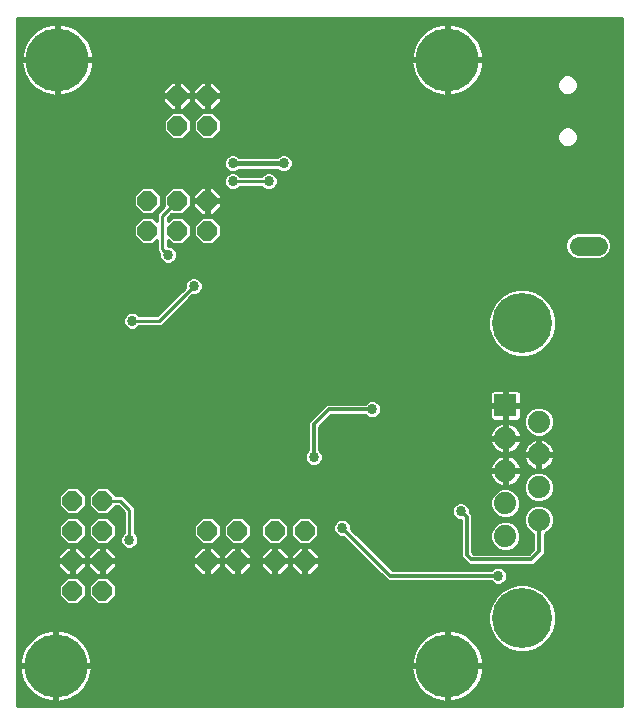
<source format=gbl>
G75*
%MOIN*%
%OFA0B0*%
%FSLAX25Y25*%
%IPPOS*%
%LPD*%
%AMOC8*
5,1,8,0,0,1.08239X$1,22.5*
%
%ADD10R,0.07400X0.07400*%
%ADD11C,0.07400*%
%ADD12C,0.20000*%
%ADD13C,0.06400*%
%ADD14OC8,0.06400*%
%ADD15C,0.21000*%
%ADD16C,0.01000*%
%ADD17C,0.03378*%
%ADD18C,0.01200*%
%ADD19C,0.01600*%
D10*
X0220909Y0125744D03*
D11*
X0220909Y0114839D03*
X0220909Y0103933D03*
X0220909Y0093028D03*
X0220909Y0082122D03*
X0232091Y0087594D03*
X0232091Y0098500D03*
X0232091Y0109366D03*
X0232091Y0120272D03*
D12*
X0226500Y0153146D03*
X0226500Y0054720D03*
D13*
X0245300Y0178933D02*
X0251700Y0178933D01*
X0251700Y0188933D02*
X0245300Y0188933D01*
D14*
X0154000Y0083933D03*
X0154000Y0073933D03*
X0144000Y0073933D03*
X0144000Y0083933D03*
X0131500Y0083933D03*
X0131500Y0073933D03*
X0121500Y0073933D03*
X0121500Y0083933D03*
X0086500Y0083933D03*
X0086500Y0073933D03*
X0076500Y0073933D03*
X0076500Y0083933D03*
X0076500Y0093933D03*
X0086500Y0093933D03*
X0086500Y0063933D03*
X0076500Y0063933D03*
X0101500Y0183933D03*
X0111500Y0183933D03*
X0121500Y0183933D03*
X0121500Y0193933D03*
X0111500Y0193933D03*
X0101500Y0193933D03*
X0111500Y0218933D03*
X0111500Y0228933D03*
X0121500Y0228933D03*
X0121500Y0218933D03*
D15*
X0071500Y0240933D03*
X0201500Y0240933D03*
X0201500Y0038933D03*
X0071000Y0038933D03*
D16*
X0058000Y0025433D02*
X0058000Y0254717D01*
X0259724Y0254717D01*
X0259724Y0025433D01*
X0058000Y0025433D01*
X0058000Y0025930D02*
X0259724Y0025930D01*
X0259724Y0026929D02*
X0058000Y0026929D01*
X0058000Y0027927D02*
X0066197Y0027927D01*
X0066401Y0027829D02*
X0067673Y0027384D01*
X0068987Y0027084D01*
X0070326Y0026933D01*
X0070500Y0026933D01*
X0070500Y0038433D01*
X0071500Y0038433D01*
X0071500Y0026933D01*
X0071674Y0026933D01*
X0073013Y0027084D01*
X0074327Y0027384D01*
X0075599Y0027829D01*
X0076814Y0028414D01*
X0077955Y0029131D01*
X0079009Y0029971D01*
X0079962Y0030924D01*
X0080802Y0031978D01*
X0081519Y0033119D01*
X0082104Y0034334D01*
X0082549Y0035606D01*
X0082849Y0036920D01*
X0083000Y0038259D01*
X0083000Y0038433D01*
X0071500Y0038433D01*
X0071500Y0039433D01*
X0083000Y0039433D01*
X0083000Y0039607D01*
X0082849Y0040946D01*
X0082549Y0042260D01*
X0082104Y0043533D01*
X0081519Y0044747D01*
X0080802Y0045888D01*
X0079962Y0046942D01*
X0079009Y0047895D01*
X0077955Y0048735D01*
X0076814Y0049452D01*
X0075599Y0050037D01*
X0074327Y0050482D01*
X0073013Y0050782D01*
X0071674Y0050933D01*
X0071500Y0050933D01*
X0071500Y0039433D01*
X0070500Y0039433D01*
X0070500Y0038433D01*
X0059000Y0038433D01*
X0059000Y0038259D01*
X0059151Y0036920D01*
X0059451Y0035606D01*
X0059896Y0034334D01*
X0060481Y0033119D01*
X0061198Y0031978D01*
X0062038Y0030924D01*
X0062991Y0029971D01*
X0064045Y0029131D01*
X0065186Y0028414D01*
X0066401Y0027829D01*
X0064372Y0028926D02*
X0058000Y0028926D01*
X0058000Y0029924D02*
X0063050Y0029924D01*
X0062040Y0030923D02*
X0058000Y0030923D01*
X0058000Y0031921D02*
X0061243Y0031921D01*
X0060606Y0032920D02*
X0058000Y0032920D01*
X0058000Y0033918D02*
X0060096Y0033918D01*
X0059692Y0034917D02*
X0058000Y0034917D01*
X0058000Y0035915D02*
X0059380Y0035915D01*
X0059152Y0036914D02*
X0058000Y0036914D01*
X0058000Y0037912D02*
X0059039Y0037912D01*
X0058000Y0038911D02*
X0070500Y0038911D01*
X0070500Y0039433D02*
X0059000Y0039433D01*
X0059000Y0039607D01*
X0059151Y0040946D01*
X0059451Y0042260D01*
X0059896Y0043533D01*
X0060481Y0044747D01*
X0061198Y0045888D01*
X0062038Y0046942D01*
X0062991Y0047895D01*
X0064045Y0048735D01*
X0065186Y0049452D01*
X0066401Y0050037D01*
X0067673Y0050482D01*
X0068987Y0050782D01*
X0070326Y0050933D01*
X0070500Y0050933D01*
X0070500Y0039433D01*
X0070500Y0039909D02*
X0071500Y0039909D01*
X0071500Y0038911D02*
X0201000Y0038911D01*
X0201000Y0038433D02*
X0189500Y0038433D01*
X0189500Y0038259D01*
X0189651Y0036920D01*
X0189951Y0035606D01*
X0190396Y0034334D01*
X0190981Y0033119D01*
X0191698Y0031978D01*
X0192538Y0030924D01*
X0193491Y0029971D01*
X0194545Y0029131D01*
X0195686Y0028414D01*
X0196901Y0027829D01*
X0198173Y0027384D01*
X0199487Y0027084D01*
X0200826Y0026933D01*
X0201000Y0026933D01*
X0201000Y0038433D01*
X0202000Y0038433D01*
X0202000Y0026933D01*
X0202174Y0026933D01*
X0203513Y0027084D01*
X0204827Y0027384D01*
X0206099Y0027829D01*
X0207314Y0028414D01*
X0208455Y0029131D01*
X0209509Y0029971D01*
X0210462Y0030924D01*
X0211302Y0031978D01*
X0212019Y0033119D01*
X0212604Y0034334D01*
X0213049Y0035606D01*
X0213349Y0036920D01*
X0213500Y0038259D01*
X0213500Y0038433D01*
X0202000Y0038433D01*
X0202000Y0039433D01*
X0213500Y0039433D01*
X0213500Y0039607D01*
X0213349Y0040946D01*
X0213049Y0042260D01*
X0212604Y0043533D01*
X0212019Y0044747D01*
X0211302Y0045888D01*
X0210462Y0046942D01*
X0209509Y0047895D01*
X0208455Y0048735D01*
X0207314Y0049452D01*
X0206099Y0050037D01*
X0204827Y0050482D01*
X0203513Y0050782D01*
X0202174Y0050933D01*
X0202000Y0050933D01*
X0202000Y0039433D01*
X0201000Y0039433D01*
X0201000Y0038433D01*
X0201000Y0037912D02*
X0202000Y0037912D01*
X0202000Y0036914D02*
X0201000Y0036914D01*
X0201000Y0035915D02*
X0202000Y0035915D01*
X0202000Y0034917D02*
X0201000Y0034917D01*
X0201000Y0033918D02*
X0202000Y0033918D01*
X0202000Y0032920D02*
X0201000Y0032920D01*
X0201000Y0031921D02*
X0202000Y0031921D01*
X0202000Y0030923D02*
X0201000Y0030923D01*
X0201000Y0029924D02*
X0202000Y0029924D01*
X0202000Y0028926D02*
X0201000Y0028926D01*
X0201000Y0027927D02*
X0202000Y0027927D01*
X0196697Y0027927D02*
X0075803Y0027927D01*
X0077628Y0028926D02*
X0194872Y0028926D01*
X0193550Y0029924D02*
X0078950Y0029924D01*
X0079960Y0030923D02*
X0192540Y0030923D01*
X0191743Y0031921D02*
X0080757Y0031921D01*
X0081394Y0032920D02*
X0191106Y0032920D01*
X0190596Y0033918D02*
X0081904Y0033918D01*
X0082308Y0034917D02*
X0190192Y0034917D01*
X0189880Y0035915D02*
X0082620Y0035915D01*
X0082848Y0036914D02*
X0189652Y0036914D01*
X0189539Y0037912D02*
X0082961Y0037912D01*
X0082966Y0039909D02*
X0189534Y0039909D01*
X0189500Y0039607D02*
X0189500Y0039433D01*
X0201000Y0039433D01*
X0201000Y0050933D01*
X0200826Y0050933D01*
X0199487Y0050782D01*
X0198173Y0050482D01*
X0196901Y0050037D01*
X0195686Y0049452D01*
X0194545Y0048735D01*
X0193491Y0047895D01*
X0192538Y0046942D01*
X0191698Y0045888D01*
X0190981Y0044747D01*
X0190396Y0043533D01*
X0189951Y0042260D01*
X0189651Y0040946D01*
X0189500Y0039607D01*
X0189647Y0040908D02*
X0082853Y0040908D01*
X0082630Y0041906D02*
X0189870Y0041906D01*
X0190176Y0042905D02*
X0082324Y0042905D01*
X0081925Y0043903D02*
X0190575Y0043903D01*
X0191078Y0044902D02*
X0081422Y0044902D01*
X0080792Y0045900D02*
X0191708Y0045900D01*
X0192504Y0046899D02*
X0079996Y0046899D01*
X0079006Y0047897D02*
X0193494Y0047897D01*
X0194801Y0048896D02*
X0077699Y0048896D01*
X0075896Y0049894D02*
X0196604Y0049894D01*
X0200469Y0050893D02*
X0072031Y0050893D01*
X0071500Y0050893D02*
X0070500Y0050893D01*
X0069969Y0050893D02*
X0058000Y0050893D01*
X0058000Y0051891D02*
X0215559Y0051891D01*
X0215827Y0050893D02*
X0202531Y0050893D01*
X0202000Y0050893D02*
X0201000Y0050893D01*
X0201000Y0049894D02*
X0202000Y0049894D01*
X0202000Y0048896D02*
X0201000Y0048896D01*
X0201000Y0047897D02*
X0202000Y0047897D01*
X0202000Y0046899D02*
X0201000Y0046899D01*
X0201000Y0045900D02*
X0202000Y0045900D01*
X0202000Y0044902D02*
X0201000Y0044902D01*
X0201000Y0043903D02*
X0202000Y0043903D01*
X0202000Y0042905D02*
X0201000Y0042905D01*
X0201000Y0041906D02*
X0202000Y0041906D01*
X0202000Y0040908D02*
X0201000Y0040908D01*
X0201000Y0039909D02*
X0202000Y0039909D01*
X0202000Y0038911D02*
X0259724Y0038911D01*
X0259724Y0039909D02*
X0213466Y0039909D01*
X0213353Y0040908D02*
X0259724Y0040908D01*
X0259724Y0041906D02*
X0213130Y0041906D01*
X0212824Y0042905D02*
X0259724Y0042905D01*
X0259724Y0043903D02*
X0229790Y0043903D01*
X0230862Y0044191D02*
X0233438Y0045678D01*
X0235542Y0047782D01*
X0237030Y0050359D01*
X0237800Y0053233D01*
X0237800Y0056208D01*
X0237030Y0059082D01*
X0235542Y0061659D01*
X0233438Y0063763D01*
X0230862Y0065250D01*
X0227988Y0066020D01*
X0225012Y0066020D01*
X0222138Y0065250D01*
X0219562Y0063763D01*
X0217458Y0061659D01*
X0215970Y0059082D01*
X0215200Y0056208D01*
X0215200Y0053233D01*
X0215970Y0050359D01*
X0217458Y0047782D01*
X0219562Y0045678D01*
X0222138Y0044191D01*
X0225012Y0043420D01*
X0227988Y0043420D01*
X0230862Y0044191D01*
X0232094Y0044902D02*
X0259724Y0044902D01*
X0259724Y0045900D02*
X0233660Y0045900D01*
X0234659Y0046899D02*
X0259724Y0046899D01*
X0259724Y0047897D02*
X0235609Y0047897D01*
X0236185Y0048896D02*
X0259724Y0048896D01*
X0259724Y0049894D02*
X0236762Y0049894D01*
X0237173Y0050893D02*
X0259724Y0050893D01*
X0259724Y0051891D02*
X0237441Y0051891D01*
X0237708Y0052890D02*
X0259724Y0052890D01*
X0259724Y0053888D02*
X0237800Y0053888D01*
X0237800Y0054887D02*
X0259724Y0054887D01*
X0259724Y0055885D02*
X0237800Y0055885D01*
X0237619Y0056884D02*
X0259724Y0056884D01*
X0259724Y0057882D02*
X0237351Y0057882D01*
X0237084Y0058881D02*
X0259724Y0058881D01*
X0259724Y0059879D02*
X0236570Y0059879D01*
X0235993Y0060878D02*
X0259724Y0060878D01*
X0259724Y0061877D02*
X0235325Y0061877D01*
X0234326Y0062875D02*
X0259724Y0062875D01*
X0259724Y0063874D02*
X0233246Y0063874D01*
X0231517Y0064872D02*
X0259724Y0064872D01*
X0259724Y0065871D02*
X0228547Y0065871D01*
X0224453Y0065871D02*
X0090926Y0065871D01*
X0091000Y0065797D02*
X0088364Y0068433D01*
X0084636Y0068433D01*
X0082000Y0065797D01*
X0082000Y0062069D01*
X0084636Y0059433D01*
X0088364Y0059433D01*
X0091000Y0062069D01*
X0091000Y0065797D01*
X0091000Y0064872D02*
X0221483Y0064872D01*
X0219754Y0063874D02*
X0091000Y0063874D01*
X0091000Y0062875D02*
X0218674Y0062875D01*
X0217675Y0061877D02*
X0090807Y0061877D01*
X0089809Y0060878D02*
X0217007Y0060878D01*
X0216430Y0059879D02*
X0088810Y0059879D01*
X0084190Y0059879D02*
X0078810Y0059879D01*
X0078364Y0059433D02*
X0081000Y0062069D01*
X0081000Y0065797D01*
X0078364Y0068433D01*
X0074636Y0068433D01*
X0072000Y0065797D01*
X0072000Y0062069D01*
X0074636Y0059433D01*
X0078364Y0059433D01*
X0079809Y0060878D02*
X0083191Y0060878D01*
X0082193Y0061877D02*
X0080807Y0061877D01*
X0081000Y0062875D02*
X0082000Y0062875D01*
X0082000Y0063874D02*
X0081000Y0063874D01*
X0081000Y0064872D02*
X0082000Y0064872D01*
X0082074Y0065871D02*
X0080926Y0065871D01*
X0079928Y0066869D02*
X0083072Y0066869D01*
X0084071Y0067868D02*
X0078929Y0067868D01*
X0078447Y0069233D02*
X0081200Y0071986D01*
X0081200Y0073433D01*
X0077000Y0073433D01*
X0077000Y0069233D01*
X0078447Y0069233D01*
X0079078Y0069865D02*
X0083922Y0069865D01*
X0084553Y0069233D02*
X0081800Y0071986D01*
X0081800Y0073433D01*
X0086000Y0073433D01*
X0087000Y0073433D01*
X0087000Y0069233D01*
X0088447Y0069233D01*
X0091200Y0071986D01*
X0091200Y0073433D01*
X0087000Y0073433D01*
X0087000Y0074433D01*
X0091200Y0074433D01*
X0091200Y0075880D01*
X0088447Y0078633D01*
X0087000Y0078633D01*
X0087000Y0074433D01*
X0086000Y0074433D01*
X0086000Y0073433D01*
X0086000Y0069233D01*
X0084553Y0069233D01*
X0086000Y0069865D02*
X0087000Y0069865D01*
X0087000Y0070863D02*
X0086000Y0070863D01*
X0086000Y0071862D02*
X0087000Y0071862D01*
X0087000Y0072860D02*
X0086000Y0072860D01*
X0086000Y0073859D02*
X0077000Y0073859D01*
X0077000Y0073433D02*
X0077000Y0074433D01*
X0081200Y0074433D01*
X0081200Y0075880D01*
X0078447Y0078633D01*
X0077000Y0078633D01*
X0077000Y0074433D01*
X0076000Y0074433D01*
X0076000Y0073433D01*
X0077000Y0073433D01*
X0077000Y0072860D02*
X0076000Y0072860D01*
X0076000Y0073433D02*
X0076000Y0069233D01*
X0074553Y0069233D01*
X0071800Y0071986D01*
X0071800Y0073433D01*
X0076000Y0073433D01*
X0076000Y0073859D02*
X0058000Y0073859D01*
X0058000Y0074857D02*
X0071800Y0074857D01*
X0071800Y0074433D02*
X0076000Y0074433D01*
X0076000Y0078633D01*
X0074553Y0078633D01*
X0071800Y0075880D01*
X0071800Y0074433D01*
X0071800Y0075856D02*
X0058000Y0075856D01*
X0058000Y0076854D02*
X0072774Y0076854D01*
X0073773Y0077853D02*
X0058000Y0077853D01*
X0058000Y0078851D02*
X0093355Y0078851D01*
X0092966Y0079240D02*
X0093807Y0078399D01*
X0094905Y0077944D01*
X0096095Y0077944D01*
X0097193Y0078399D01*
X0098034Y0079240D01*
X0098489Y0080339D01*
X0098489Y0081528D01*
X0098034Y0082626D01*
X0097300Y0083360D01*
X0097300Y0091679D01*
X0094300Y0094679D01*
X0093246Y0095733D01*
X0091000Y0095733D01*
X0091000Y0095797D01*
X0088364Y0098433D01*
X0084636Y0098433D01*
X0082000Y0095797D01*
X0082000Y0092069D01*
X0084636Y0089433D01*
X0088364Y0089433D01*
X0091000Y0092069D01*
X0091000Y0092133D01*
X0091754Y0092133D01*
X0093700Y0090187D01*
X0093700Y0083360D01*
X0092966Y0082626D01*
X0092511Y0081528D01*
X0092511Y0080339D01*
X0092966Y0079240D01*
X0092713Y0079850D02*
X0088781Y0079850D01*
X0088364Y0079433D02*
X0091000Y0082069D01*
X0091000Y0085797D01*
X0088364Y0088433D01*
X0084636Y0088433D01*
X0082000Y0085797D01*
X0082000Y0082069D01*
X0084636Y0079433D01*
X0088364Y0079433D01*
X0089227Y0077853D02*
X0118773Y0077853D01*
X0119553Y0078633D02*
X0116800Y0075880D01*
X0116800Y0074433D01*
X0121000Y0074433D01*
X0121000Y0073433D01*
X0122000Y0073433D01*
X0122000Y0069233D01*
X0123447Y0069233D01*
X0126200Y0071986D01*
X0126200Y0073433D01*
X0122000Y0073433D01*
X0122000Y0074433D01*
X0126200Y0074433D01*
X0126200Y0075880D01*
X0123447Y0078633D01*
X0122000Y0078633D01*
X0122000Y0074433D01*
X0121000Y0074433D01*
X0121000Y0078633D01*
X0119553Y0078633D01*
X0119636Y0079433D02*
X0123364Y0079433D01*
X0126000Y0082069D01*
X0126000Y0085797D01*
X0123364Y0088433D01*
X0119636Y0088433D01*
X0117000Y0085797D01*
X0117000Y0082069D01*
X0119636Y0079433D01*
X0119219Y0079850D02*
X0098286Y0079850D01*
X0098489Y0080848D02*
X0118221Y0080848D01*
X0117222Y0081847D02*
X0098357Y0081847D01*
X0097815Y0082845D02*
X0117000Y0082845D01*
X0117000Y0083844D02*
X0097300Y0083844D01*
X0097300Y0084842D02*
X0117000Y0084842D01*
X0117044Y0085841D02*
X0097300Y0085841D01*
X0097300Y0086839D02*
X0118042Y0086839D01*
X0119041Y0087838D02*
X0097300Y0087838D01*
X0097300Y0088836D02*
X0203426Y0088836D01*
X0203466Y0088740D02*
X0204307Y0087899D01*
X0205405Y0087444D01*
X0206100Y0087444D01*
X0206100Y0075146D01*
X0207213Y0074033D01*
X0207600Y0073646D01*
X0208713Y0072533D01*
X0230287Y0072533D01*
X0231400Y0073646D01*
X0233991Y0076237D01*
X0233991Y0082970D01*
X0234923Y0083356D01*
X0236329Y0084762D01*
X0237091Y0086600D01*
X0237091Y0088589D01*
X0236329Y0090427D01*
X0234923Y0091833D01*
X0233085Y0092594D01*
X0231096Y0092594D01*
X0229258Y0091833D01*
X0227852Y0090427D01*
X0227091Y0088589D01*
X0227091Y0086600D01*
X0227852Y0084762D01*
X0229258Y0083356D01*
X0230191Y0082970D01*
X0230191Y0077811D01*
X0228713Y0076333D01*
X0210287Y0076333D01*
X0209900Y0076720D01*
X0209900Y0089220D01*
X0208989Y0090131D01*
X0208989Y0091028D01*
X0208534Y0092126D01*
X0207693Y0092967D01*
X0206595Y0093422D01*
X0205405Y0093422D01*
X0204307Y0092967D01*
X0203466Y0092126D01*
X0203011Y0091028D01*
X0203011Y0089839D01*
X0203466Y0088740D01*
X0203013Y0089835D02*
X0097300Y0089835D01*
X0097300Y0090833D02*
X0203011Y0090833D01*
X0203344Y0091832D02*
X0097147Y0091832D01*
X0096148Y0092830D02*
X0204170Y0092830D01*
X0207830Y0092830D02*
X0215909Y0092830D01*
X0215909Y0092033D02*
X0215909Y0094022D01*
X0216671Y0095860D01*
X0218077Y0097266D01*
X0219915Y0098028D01*
X0221904Y0098028D01*
X0223742Y0097266D01*
X0225148Y0095860D01*
X0225909Y0094022D01*
X0225909Y0092033D01*
X0225148Y0090195D01*
X0223742Y0088789D01*
X0221904Y0088028D01*
X0219915Y0088028D01*
X0218077Y0088789D01*
X0216671Y0090195D01*
X0215909Y0092033D01*
X0215993Y0091832D02*
X0208656Y0091832D01*
X0208989Y0090833D02*
X0216406Y0090833D01*
X0217031Y0089835D02*
X0209285Y0089835D01*
X0209900Y0088836D02*
X0218030Y0088836D01*
X0219232Y0086839D02*
X0209900Y0086839D01*
X0209900Y0085841D02*
X0217557Y0085841D01*
X0218077Y0086361D02*
X0216671Y0084954D01*
X0215909Y0083117D01*
X0215909Y0081127D01*
X0216671Y0079290D01*
X0218077Y0077883D01*
X0219915Y0077122D01*
X0221904Y0077122D01*
X0223742Y0077883D01*
X0225148Y0079290D01*
X0225909Y0081127D01*
X0225909Y0083117D01*
X0225148Y0084954D01*
X0223742Y0086361D01*
X0221904Y0087122D01*
X0219915Y0087122D01*
X0218077Y0086361D01*
X0216624Y0084842D02*
X0209900Y0084842D01*
X0209900Y0083844D02*
X0216211Y0083844D01*
X0215909Y0082845D02*
X0209900Y0082845D01*
X0209900Y0081847D02*
X0215909Y0081847D01*
X0216025Y0080848D02*
X0209900Y0080848D01*
X0209900Y0079850D02*
X0216439Y0079850D01*
X0217109Y0078851D02*
X0209900Y0078851D01*
X0209900Y0077853D02*
X0218151Y0077853D01*
X0223668Y0077853D02*
X0230191Y0077853D01*
X0230191Y0078851D02*
X0224710Y0078851D01*
X0225380Y0079850D02*
X0230191Y0079850D01*
X0230191Y0080848D02*
X0225794Y0080848D01*
X0225909Y0081847D02*
X0230191Y0081847D01*
X0230191Y0082845D02*
X0225909Y0082845D01*
X0225608Y0083844D02*
X0228770Y0083844D01*
X0227819Y0084842D02*
X0225195Y0084842D01*
X0224262Y0085841D02*
X0227405Y0085841D01*
X0227091Y0086839D02*
X0222587Y0086839D01*
X0223789Y0088836D02*
X0227193Y0088836D01*
X0227091Y0087838D02*
X0209900Y0087838D01*
X0206100Y0086839D02*
X0168821Y0086839D01*
X0169034Y0086626D02*
X0168193Y0087467D01*
X0167095Y0087922D01*
X0165905Y0087922D01*
X0164807Y0087467D01*
X0163966Y0086626D01*
X0163511Y0085528D01*
X0163511Y0084339D01*
X0163966Y0083240D01*
X0164807Y0082399D01*
X0165905Y0081944D01*
X0166802Y0081944D01*
X0180600Y0068146D01*
X0181713Y0067033D01*
X0216173Y0067033D01*
X0216807Y0066399D01*
X0217905Y0065944D01*
X0219095Y0065944D01*
X0220193Y0066399D01*
X0221034Y0067240D01*
X0221489Y0068339D01*
X0221489Y0069528D01*
X0221034Y0070626D01*
X0220193Y0071467D01*
X0219095Y0071922D01*
X0217905Y0071922D01*
X0216807Y0071467D01*
X0216173Y0070833D01*
X0183287Y0070833D01*
X0169489Y0084631D01*
X0169489Y0085528D01*
X0169034Y0086626D01*
X0169359Y0085841D02*
X0206100Y0085841D01*
X0206100Y0084842D02*
X0169489Y0084842D01*
X0170276Y0083844D02*
X0206100Y0083844D01*
X0206100Y0082845D02*
X0171275Y0082845D01*
X0172273Y0081847D02*
X0206100Y0081847D01*
X0206100Y0080848D02*
X0173272Y0080848D01*
X0174270Y0079850D02*
X0206100Y0079850D01*
X0206100Y0078851D02*
X0175269Y0078851D01*
X0176267Y0077853D02*
X0206100Y0077853D01*
X0206100Y0076854D02*
X0177266Y0076854D01*
X0178264Y0075856D02*
X0206100Y0075856D01*
X0206389Y0074857D02*
X0179263Y0074857D01*
X0180261Y0073859D02*
X0207387Y0073859D01*
X0208386Y0072860D02*
X0181260Y0072860D01*
X0182258Y0071862D02*
X0217760Y0071862D01*
X0219240Y0071862D02*
X0259724Y0071862D01*
X0259724Y0072860D02*
X0230614Y0072860D01*
X0231613Y0073859D02*
X0259724Y0073859D01*
X0259724Y0074857D02*
X0232611Y0074857D01*
X0233610Y0075856D02*
X0259724Y0075856D01*
X0259724Y0076854D02*
X0233991Y0076854D01*
X0233991Y0077853D02*
X0259724Y0077853D01*
X0259724Y0078851D02*
X0233991Y0078851D01*
X0233991Y0079850D02*
X0259724Y0079850D01*
X0259724Y0080848D02*
X0233991Y0080848D01*
X0233991Y0081847D02*
X0259724Y0081847D01*
X0259724Y0082845D02*
X0233991Y0082845D01*
X0235411Y0083844D02*
X0259724Y0083844D01*
X0259724Y0084842D02*
X0236362Y0084842D01*
X0236776Y0085841D02*
X0259724Y0085841D01*
X0259724Y0086839D02*
X0237091Y0086839D01*
X0237091Y0087838D02*
X0259724Y0087838D01*
X0259724Y0088836D02*
X0236988Y0088836D01*
X0236575Y0089835D02*
X0259724Y0089835D01*
X0259724Y0090833D02*
X0235923Y0090833D01*
X0234924Y0091832D02*
X0259724Y0091832D01*
X0259724Y0092830D02*
X0225909Y0092830D01*
X0225909Y0093829D02*
X0230302Y0093829D01*
X0231096Y0093500D02*
X0233085Y0093500D01*
X0234923Y0094261D01*
X0236329Y0095668D01*
X0237091Y0097505D01*
X0237091Y0099495D01*
X0236329Y0101332D01*
X0234923Y0102739D01*
X0233085Y0103500D01*
X0231096Y0103500D01*
X0229258Y0102739D01*
X0227852Y0101332D01*
X0227091Y0099495D01*
X0227091Y0097505D01*
X0227852Y0095668D01*
X0229258Y0094261D01*
X0231096Y0093500D01*
X0229257Y0091832D02*
X0225826Y0091832D01*
X0225413Y0090833D02*
X0228258Y0090833D01*
X0227607Y0089835D02*
X0224788Y0089835D01*
X0225576Y0094827D02*
X0228692Y0094827D01*
X0227786Y0095826D02*
X0225162Y0095826D01*
X0224184Y0096824D02*
X0227373Y0096824D01*
X0227091Y0097823D02*
X0222398Y0097823D01*
X0222127Y0098861D02*
X0222906Y0099114D01*
X0223635Y0099486D01*
X0224297Y0099967D01*
X0224876Y0100545D01*
X0225357Y0101208D01*
X0225728Y0101937D01*
X0225981Y0102715D01*
X0226095Y0103433D01*
X0221409Y0103433D01*
X0221409Y0098747D01*
X0222127Y0098861D01*
X0221877Y0098821D02*
X0227091Y0098821D01*
X0227225Y0099820D02*
X0224095Y0099820D01*
X0225074Y0100818D02*
X0227639Y0100818D01*
X0228336Y0101817D02*
X0225667Y0101817D01*
X0225997Y0102815D02*
X0229443Y0102815D01*
X0230094Y0104547D02*
X0230873Y0104294D01*
X0231591Y0104181D01*
X0231591Y0108866D01*
X0232591Y0108866D01*
X0232591Y0109866D01*
X0237276Y0109866D01*
X0237162Y0110584D01*
X0236910Y0111362D01*
X0236538Y0112092D01*
X0236057Y0112754D01*
X0235478Y0113332D01*
X0234816Y0113814D01*
X0234087Y0114185D01*
X0233308Y0114438D01*
X0232591Y0114552D01*
X0232591Y0109866D01*
X0231591Y0109866D01*
X0231591Y0114552D01*
X0230873Y0114438D01*
X0230094Y0114185D01*
X0229365Y0113814D01*
X0228703Y0113332D01*
X0228124Y0112754D01*
X0227643Y0112092D01*
X0227272Y0111362D01*
X0227019Y0110584D01*
X0226905Y0109866D01*
X0231590Y0109866D01*
X0231590Y0108866D01*
X0226905Y0108866D01*
X0227019Y0108148D01*
X0227272Y0107370D01*
X0227643Y0106641D01*
X0228124Y0105979D01*
X0228703Y0105400D01*
X0229365Y0104919D01*
X0230094Y0104547D01*
X0229574Y0104812D02*
X0226035Y0104812D01*
X0225981Y0105151D02*
X0226095Y0104433D01*
X0221409Y0104433D01*
X0220409Y0104433D01*
X0220409Y0103433D01*
X0215724Y0103433D01*
X0215837Y0102715D01*
X0216090Y0101937D01*
X0216462Y0101208D01*
X0216943Y0100545D01*
X0217522Y0099967D01*
X0218184Y0099486D01*
X0218913Y0099114D01*
X0219692Y0098861D01*
X0220409Y0098747D01*
X0220409Y0103433D01*
X0221409Y0103433D01*
X0221409Y0104433D01*
X0221409Y0109119D01*
X0222127Y0109005D01*
X0222906Y0108752D01*
X0223635Y0108380D01*
X0224297Y0107899D01*
X0224876Y0107321D01*
X0225357Y0106658D01*
X0225728Y0105929D01*
X0225981Y0105151D01*
X0225767Y0105811D02*
X0228292Y0105811D01*
X0227557Y0106810D02*
X0225247Y0106810D01*
X0224388Y0107808D02*
X0227129Y0107808D01*
X0226914Y0108807D02*
X0222738Y0108807D01*
X0222245Y0109805D02*
X0231590Y0109805D01*
X0231591Y0108807D02*
X0232591Y0108807D01*
X0232591Y0108866D02*
X0232591Y0104181D01*
X0233308Y0104294D01*
X0234087Y0104547D01*
X0234816Y0104919D01*
X0235478Y0105400D01*
X0236057Y0105979D01*
X0236538Y0106641D01*
X0236910Y0107370D01*
X0237162Y0108148D01*
X0237276Y0108866D01*
X0232591Y0108866D01*
X0232591Y0109805D02*
X0259724Y0109805D01*
X0259724Y0108807D02*
X0237267Y0108807D01*
X0237052Y0107808D02*
X0259724Y0107808D01*
X0259724Y0106810D02*
X0236624Y0106810D01*
X0235889Y0105811D02*
X0259724Y0105811D01*
X0259724Y0104812D02*
X0234607Y0104812D01*
X0234738Y0102815D02*
X0259724Y0102815D01*
X0259724Y0101817D02*
X0235845Y0101817D01*
X0236542Y0100818D02*
X0259724Y0100818D01*
X0259724Y0099820D02*
X0236956Y0099820D01*
X0237091Y0098821D02*
X0259724Y0098821D01*
X0259724Y0097823D02*
X0237091Y0097823D01*
X0236808Y0096824D02*
X0259724Y0096824D01*
X0259724Y0095826D02*
X0236395Y0095826D01*
X0235489Y0094827D02*
X0259724Y0094827D01*
X0259724Y0093829D02*
X0233879Y0093829D01*
X0232591Y0104812D02*
X0231591Y0104812D01*
X0231591Y0105811D02*
X0232591Y0105811D01*
X0232591Y0106810D02*
X0231591Y0106810D01*
X0231591Y0107808D02*
X0232591Y0107808D01*
X0232591Y0110804D02*
X0231591Y0110804D01*
X0231591Y0111802D02*
X0232591Y0111802D01*
X0232591Y0112801D02*
X0231591Y0112801D01*
X0231591Y0113799D02*
X0232591Y0113799D01*
X0233085Y0115272D02*
X0231096Y0115272D01*
X0229258Y0116033D01*
X0227852Y0117439D01*
X0227091Y0119277D01*
X0227091Y0121266D01*
X0227852Y0123104D01*
X0229258Y0124510D01*
X0231096Y0125272D01*
X0233085Y0125272D01*
X0234923Y0124510D01*
X0236329Y0123104D01*
X0237091Y0121266D01*
X0237091Y0119277D01*
X0236329Y0117439D01*
X0234923Y0116033D01*
X0233085Y0115272D01*
X0234351Y0115796D02*
X0259724Y0115796D01*
X0259724Y0114798D02*
X0221409Y0114798D01*
X0221409Y0114339D02*
X0221409Y0115339D01*
X0220409Y0115339D01*
X0220409Y0120024D01*
X0219692Y0119911D01*
X0218913Y0119658D01*
X0218184Y0119286D01*
X0217522Y0118805D01*
X0216943Y0118226D01*
X0216462Y0117564D01*
X0216090Y0116835D01*
X0215837Y0116056D01*
X0215724Y0115339D01*
X0220409Y0115339D01*
X0220409Y0114339D01*
X0215724Y0114339D01*
X0215837Y0113621D01*
X0216090Y0112842D01*
X0216462Y0112113D01*
X0216943Y0111451D01*
X0217522Y0110872D01*
X0218184Y0110391D01*
X0218913Y0110020D01*
X0219692Y0109767D01*
X0220409Y0109653D01*
X0220409Y0114339D01*
X0221409Y0114339D01*
X0221409Y0109653D01*
X0222127Y0109767D01*
X0222906Y0110020D01*
X0223635Y0110391D01*
X0224297Y0110872D01*
X0224876Y0111451D01*
X0225357Y0112113D01*
X0225728Y0112842D01*
X0225981Y0113621D01*
X0226095Y0114339D01*
X0221409Y0114339D01*
X0221409Y0113799D02*
X0220409Y0113799D01*
X0220409Y0112801D02*
X0221409Y0112801D01*
X0221409Y0111802D02*
X0220409Y0111802D01*
X0220409Y0110804D02*
X0221409Y0110804D01*
X0221409Y0109805D02*
X0220409Y0109805D01*
X0220409Y0109119D02*
X0219692Y0109005D01*
X0218913Y0108752D01*
X0218184Y0108380D01*
X0217522Y0107899D01*
X0216943Y0107321D01*
X0216462Y0106658D01*
X0216090Y0105929D01*
X0215837Y0105151D01*
X0215724Y0104433D01*
X0220409Y0104433D01*
X0220409Y0109119D01*
X0220409Y0108807D02*
X0221409Y0108807D01*
X0221409Y0107808D02*
X0220409Y0107808D01*
X0220409Y0106810D02*
X0221409Y0106810D01*
X0221409Y0105811D02*
X0220409Y0105811D01*
X0220409Y0104812D02*
X0221409Y0104812D01*
X0221409Y0103814D02*
X0259724Y0103814D01*
X0259724Y0110804D02*
X0237091Y0110804D01*
X0236685Y0111802D02*
X0259724Y0111802D01*
X0259724Y0112801D02*
X0236010Y0112801D01*
X0234836Y0113799D02*
X0259724Y0113799D01*
X0259724Y0116795D02*
X0235685Y0116795D01*
X0236476Y0117793D02*
X0259724Y0117793D01*
X0259724Y0118792D02*
X0236889Y0118792D01*
X0237091Y0119790D02*
X0259724Y0119790D01*
X0259724Y0120789D02*
X0237091Y0120789D01*
X0236875Y0121787D02*
X0259724Y0121787D01*
X0259724Y0122786D02*
X0236461Y0122786D01*
X0235649Y0123784D02*
X0259724Y0123784D01*
X0259724Y0124783D02*
X0234265Y0124783D01*
X0229916Y0124783D02*
X0226109Y0124783D01*
X0226109Y0125244D02*
X0226109Y0121847D01*
X0226007Y0121465D01*
X0225810Y0121123D01*
X0225530Y0120844D01*
X0225188Y0120646D01*
X0224807Y0120544D01*
X0221409Y0120544D01*
X0221409Y0125244D01*
X0220409Y0125244D01*
X0215709Y0125244D01*
X0215709Y0121847D01*
X0215812Y0121465D01*
X0216009Y0121123D01*
X0216288Y0120844D01*
X0216630Y0120646D01*
X0217012Y0120544D01*
X0220409Y0120544D01*
X0220409Y0125244D01*
X0220409Y0126244D01*
X0215709Y0126244D01*
X0215709Y0129642D01*
X0215812Y0130023D01*
X0216009Y0130365D01*
X0216288Y0130644D01*
X0216630Y0130842D01*
X0217012Y0130944D01*
X0220409Y0130944D01*
X0220409Y0126244D01*
X0221409Y0126244D01*
X0221409Y0130944D01*
X0224807Y0130944D01*
X0225188Y0130842D01*
X0225530Y0130644D01*
X0225810Y0130365D01*
X0226007Y0130023D01*
X0226109Y0129642D01*
X0226109Y0126244D01*
X0221409Y0126244D01*
X0221409Y0125244D01*
X0226109Y0125244D01*
X0226109Y0123784D02*
X0228532Y0123784D01*
X0227720Y0122786D02*
X0226109Y0122786D01*
X0226094Y0121787D02*
X0227306Y0121787D01*
X0227091Y0120789D02*
X0225435Y0120789D01*
X0227091Y0119790D02*
X0222498Y0119790D01*
X0222127Y0119911D02*
X0221409Y0120024D01*
X0221409Y0115339D01*
X0226095Y0115339D01*
X0225981Y0116056D01*
X0225728Y0116835D01*
X0225357Y0117564D01*
X0224876Y0118226D01*
X0224297Y0118805D01*
X0223635Y0119286D01*
X0222906Y0119658D01*
X0222127Y0119911D01*
X0221409Y0119790D02*
X0220409Y0119790D01*
X0220409Y0118792D02*
X0221409Y0118792D01*
X0221409Y0117793D02*
X0220409Y0117793D01*
X0220409Y0116795D02*
X0221409Y0116795D01*
X0221409Y0115796D02*
X0220409Y0115796D01*
X0220409Y0114798D02*
X0158900Y0114798D01*
X0158900Y0115796D02*
X0215796Y0115796D01*
X0216077Y0116795D02*
X0158900Y0116795D01*
X0158900Y0117793D02*
X0216629Y0117793D01*
X0217509Y0118792D02*
X0159046Y0118792D01*
X0158900Y0118646D02*
X0162787Y0122533D01*
X0174173Y0122533D01*
X0174807Y0121899D01*
X0175905Y0121444D01*
X0177095Y0121444D01*
X0178193Y0121899D01*
X0179034Y0122740D01*
X0179489Y0123839D01*
X0179489Y0125028D01*
X0179034Y0126126D01*
X0178193Y0126967D01*
X0177095Y0127422D01*
X0175905Y0127422D01*
X0174807Y0126967D01*
X0174173Y0126333D01*
X0161213Y0126333D01*
X0155100Y0120220D01*
X0155100Y0110760D01*
X0154466Y0110126D01*
X0154011Y0109028D01*
X0154011Y0107839D01*
X0154466Y0106740D01*
X0155307Y0105899D01*
X0156405Y0105444D01*
X0157595Y0105444D01*
X0158693Y0105899D01*
X0159534Y0106740D01*
X0159989Y0107839D01*
X0159989Y0109028D01*
X0159534Y0110126D01*
X0158900Y0110760D01*
X0158900Y0118646D01*
X0160044Y0119790D02*
X0219321Y0119790D01*
X0220409Y0120789D02*
X0221409Y0120789D01*
X0221409Y0121787D02*
X0220409Y0121787D01*
X0220409Y0122786D02*
X0221409Y0122786D01*
X0221409Y0123784D02*
X0220409Y0123784D01*
X0220409Y0124783D02*
X0221409Y0124783D01*
X0221409Y0125781D02*
X0259724Y0125781D01*
X0259724Y0126780D02*
X0226109Y0126780D01*
X0226109Y0127778D02*
X0259724Y0127778D01*
X0259724Y0128777D02*
X0226109Y0128777D01*
X0226074Y0129775D02*
X0259724Y0129775D01*
X0259724Y0130774D02*
X0225306Y0130774D01*
X0221409Y0130774D02*
X0220409Y0130774D01*
X0220409Y0129775D02*
X0221409Y0129775D01*
X0221409Y0128777D02*
X0220409Y0128777D01*
X0220409Y0127778D02*
X0221409Y0127778D01*
X0221409Y0126780D02*
X0220409Y0126780D01*
X0220409Y0125781D02*
X0179177Y0125781D01*
X0179489Y0124783D02*
X0215709Y0124783D01*
X0215709Y0123784D02*
X0179466Y0123784D01*
X0179053Y0122786D02*
X0215709Y0122786D01*
X0215725Y0121787D02*
X0177923Y0121787D01*
X0175077Y0121787D02*
X0162041Y0121787D01*
X0161043Y0120789D02*
X0216384Y0120789D01*
X0215709Y0126780D02*
X0178380Y0126780D01*
X0174620Y0126780D02*
X0058000Y0126780D01*
X0058000Y0127778D02*
X0215709Y0127778D01*
X0215709Y0128777D02*
X0058000Y0128777D01*
X0058000Y0129775D02*
X0215745Y0129775D01*
X0216513Y0130774D02*
X0058000Y0130774D01*
X0058000Y0131772D02*
X0259724Y0131772D01*
X0259724Y0132771D02*
X0058000Y0132771D01*
X0058000Y0133769D02*
X0259724Y0133769D01*
X0259724Y0134768D02*
X0058000Y0134768D01*
X0058000Y0135766D02*
X0259724Y0135766D01*
X0259724Y0136765D02*
X0058000Y0136765D01*
X0058000Y0137763D02*
X0259724Y0137763D01*
X0259724Y0138762D02*
X0058000Y0138762D01*
X0058000Y0139760D02*
X0259724Y0139760D01*
X0259724Y0140759D02*
X0058000Y0140759D01*
X0058000Y0141757D02*
X0259724Y0141757D01*
X0259724Y0142756D02*
X0231104Y0142756D01*
X0230862Y0142616D02*
X0233438Y0144103D01*
X0235542Y0146207D01*
X0237030Y0148784D01*
X0237800Y0151658D01*
X0237800Y0154633D01*
X0237030Y0157507D01*
X0235542Y0160084D01*
X0233438Y0162188D01*
X0230862Y0163676D01*
X0227988Y0164446D01*
X0225012Y0164446D01*
X0222138Y0163676D01*
X0219562Y0162188D01*
X0217458Y0160084D01*
X0215970Y0157507D01*
X0215200Y0154633D01*
X0215200Y0151658D01*
X0215970Y0148784D01*
X0217458Y0146207D01*
X0219562Y0144103D01*
X0222138Y0142616D01*
X0225012Y0141846D01*
X0227988Y0141846D01*
X0230862Y0142616D01*
X0232834Y0143754D02*
X0259724Y0143754D01*
X0259724Y0144753D02*
X0234088Y0144753D01*
X0235086Y0145751D02*
X0259724Y0145751D01*
X0259724Y0146750D02*
X0235856Y0146750D01*
X0236432Y0147748D02*
X0259724Y0147748D01*
X0259724Y0148747D02*
X0237009Y0148747D01*
X0237288Y0149745D02*
X0259724Y0149745D01*
X0259724Y0150744D02*
X0237555Y0150744D01*
X0237800Y0151743D02*
X0259724Y0151743D01*
X0259724Y0152741D02*
X0237800Y0152741D01*
X0237800Y0153740D02*
X0259724Y0153740D01*
X0259724Y0154738D02*
X0237772Y0154738D01*
X0237504Y0155737D02*
X0259724Y0155737D01*
X0259724Y0156735D02*
X0237237Y0156735D01*
X0236899Y0157734D02*
X0259724Y0157734D01*
X0259724Y0158732D02*
X0236323Y0158732D01*
X0235746Y0159731D02*
X0259724Y0159731D01*
X0259724Y0160729D02*
X0234897Y0160729D01*
X0233899Y0161728D02*
X0259724Y0161728D01*
X0259724Y0162726D02*
X0232506Y0162726D01*
X0230678Y0163725D02*
X0259724Y0163725D01*
X0259724Y0164723D02*
X0119941Y0164723D01*
X0119989Y0164839D02*
X0119534Y0163740D01*
X0118693Y0162899D01*
X0117595Y0162444D01*
X0116557Y0162444D01*
X0107300Y0153187D01*
X0106246Y0152133D01*
X0098927Y0152133D01*
X0098193Y0151399D01*
X0097095Y0150944D01*
X0095905Y0150944D01*
X0094807Y0151399D01*
X0093966Y0152240D01*
X0093511Y0153339D01*
X0093511Y0154528D01*
X0093966Y0155626D01*
X0094807Y0156467D01*
X0095905Y0156922D01*
X0097095Y0156922D01*
X0098193Y0156467D01*
X0098927Y0155733D01*
X0104754Y0155733D01*
X0114011Y0164990D01*
X0114011Y0166028D01*
X0114466Y0167126D01*
X0115307Y0167967D01*
X0116405Y0168422D01*
X0117595Y0168422D01*
X0118693Y0167967D01*
X0119534Y0167126D01*
X0119989Y0166028D01*
X0119989Y0164839D01*
X0119989Y0165722D02*
X0259724Y0165722D01*
X0259724Y0166720D02*
X0119702Y0166720D01*
X0118941Y0167719D02*
X0259724Y0167719D01*
X0259724Y0168717D02*
X0058000Y0168717D01*
X0058000Y0167719D02*
X0115059Y0167719D01*
X0114298Y0166720D02*
X0058000Y0166720D01*
X0058000Y0165722D02*
X0114011Y0165722D01*
X0113745Y0164723D02*
X0058000Y0164723D01*
X0058000Y0163725D02*
X0112746Y0163725D01*
X0111747Y0162726D02*
X0058000Y0162726D01*
X0058000Y0161728D02*
X0110749Y0161728D01*
X0109750Y0160729D02*
X0058000Y0160729D01*
X0058000Y0159731D02*
X0108752Y0159731D01*
X0107753Y0158732D02*
X0058000Y0158732D01*
X0058000Y0157734D02*
X0106755Y0157734D01*
X0105756Y0156735D02*
X0097546Y0156735D01*
X0098924Y0155737D02*
X0104758Y0155737D01*
X0105500Y0153933D02*
X0096500Y0153933D01*
X0093759Y0152741D02*
X0058000Y0152741D01*
X0058000Y0151743D02*
X0094463Y0151743D01*
X0093511Y0153740D02*
X0058000Y0153740D01*
X0058000Y0154738D02*
X0093598Y0154738D01*
X0094076Y0155737D02*
X0058000Y0155737D01*
X0058000Y0156735D02*
X0095454Y0156735D01*
X0098536Y0151743D02*
X0215200Y0151743D01*
X0215200Y0152741D02*
X0106854Y0152741D01*
X0107852Y0153740D02*
X0215200Y0153740D01*
X0215228Y0154738D02*
X0108851Y0154738D01*
X0109849Y0155737D02*
X0215496Y0155737D01*
X0215763Y0156735D02*
X0110848Y0156735D01*
X0111846Y0157734D02*
X0216101Y0157734D01*
X0216677Y0158732D02*
X0112845Y0158732D01*
X0113843Y0159731D02*
X0217254Y0159731D01*
X0218103Y0160729D02*
X0114842Y0160729D01*
X0115840Y0161728D02*
X0219101Y0161728D01*
X0220494Y0162726D02*
X0118275Y0162726D01*
X0119519Y0163725D02*
X0222322Y0163725D01*
X0215445Y0150744D02*
X0058000Y0150744D01*
X0058000Y0149745D02*
X0215712Y0149745D01*
X0215991Y0148747D02*
X0058000Y0148747D01*
X0058000Y0147748D02*
X0216568Y0147748D01*
X0217144Y0146750D02*
X0058000Y0146750D01*
X0058000Y0145751D02*
X0217914Y0145751D01*
X0218912Y0144753D02*
X0058000Y0144753D01*
X0058000Y0143754D02*
X0220166Y0143754D01*
X0221896Y0142756D02*
X0058000Y0142756D01*
X0058000Y0125781D02*
X0160661Y0125781D01*
X0159663Y0124783D02*
X0058000Y0124783D01*
X0058000Y0123784D02*
X0158664Y0123784D01*
X0157666Y0122786D02*
X0058000Y0122786D01*
X0058000Y0121787D02*
X0156667Y0121787D01*
X0155669Y0120789D02*
X0058000Y0120789D01*
X0058000Y0119790D02*
X0155100Y0119790D01*
X0155100Y0118792D02*
X0058000Y0118792D01*
X0058000Y0117793D02*
X0155100Y0117793D01*
X0155100Y0116795D02*
X0058000Y0116795D01*
X0058000Y0115796D02*
X0155100Y0115796D01*
X0155100Y0114798D02*
X0058000Y0114798D01*
X0058000Y0113799D02*
X0155100Y0113799D01*
X0155100Y0112801D02*
X0058000Y0112801D01*
X0058000Y0111802D02*
X0155100Y0111802D01*
X0155100Y0110804D02*
X0058000Y0110804D01*
X0058000Y0109805D02*
X0154333Y0109805D01*
X0154011Y0108807D02*
X0058000Y0108807D01*
X0058000Y0107808D02*
X0154024Y0107808D01*
X0154437Y0106810D02*
X0058000Y0106810D01*
X0058000Y0105811D02*
X0155520Y0105811D01*
X0158480Y0105811D02*
X0216052Y0105811D01*
X0215784Y0104812D02*
X0058000Y0104812D01*
X0058000Y0103814D02*
X0220409Y0103814D01*
X0220409Y0102815D02*
X0221409Y0102815D01*
X0221409Y0101817D02*
X0220409Y0101817D01*
X0220409Y0100818D02*
X0221409Y0100818D01*
X0221409Y0099820D02*
X0220409Y0099820D01*
X0220409Y0098821D02*
X0221409Y0098821D01*
X0219942Y0098821D02*
X0058000Y0098821D01*
X0058000Y0097823D02*
X0074026Y0097823D01*
X0074636Y0098433D02*
X0072000Y0095797D01*
X0072000Y0092069D01*
X0074636Y0089433D01*
X0078364Y0089433D01*
X0081000Y0092069D01*
X0081000Y0095797D01*
X0078364Y0098433D01*
X0074636Y0098433D01*
X0073027Y0096824D02*
X0058000Y0096824D01*
X0058000Y0095826D02*
X0072029Y0095826D01*
X0072000Y0094827D02*
X0058000Y0094827D01*
X0058000Y0093829D02*
X0072000Y0093829D01*
X0072000Y0092830D02*
X0058000Y0092830D01*
X0058000Y0091832D02*
X0072237Y0091832D01*
X0073236Y0090833D02*
X0058000Y0090833D01*
X0058000Y0089835D02*
X0074234Y0089835D01*
X0074636Y0088433D02*
X0072000Y0085797D01*
X0072000Y0082069D01*
X0074636Y0079433D01*
X0078364Y0079433D01*
X0081000Y0082069D01*
X0081000Y0085797D01*
X0078364Y0088433D01*
X0074636Y0088433D01*
X0074041Y0087838D02*
X0058000Y0087838D01*
X0058000Y0088836D02*
X0093700Y0088836D01*
X0093700Y0087838D02*
X0088959Y0087838D01*
X0089958Y0086839D02*
X0093700Y0086839D01*
X0093700Y0085841D02*
X0090956Y0085841D01*
X0091000Y0084842D02*
X0093700Y0084842D01*
X0093700Y0083844D02*
X0091000Y0083844D01*
X0091000Y0082845D02*
X0093185Y0082845D01*
X0092643Y0081847D02*
X0090778Y0081847D01*
X0089779Y0080848D02*
X0092511Y0080848D01*
X0095500Y0080933D02*
X0095500Y0090933D01*
X0092500Y0093933D01*
X0086500Y0093933D01*
X0089764Y0090833D02*
X0093054Y0090833D01*
X0093700Y0089835D02*
X0088766Y0089835D01*
X0090763Y0091832D02*
X0092056Y0091832D01*
X0094151Y0094827D02*
X0216243Y0094827D01*
X0215909Y0093829D02*
X0095150Y0093829D01*
X0090971Y0095826D02*
X0216657Y0095826D01*
X0217635Y0096824D02*
X0089973Y0096824D01*
X0088974Y0097823D02*
X0219421Y0097823D01*
X0217724Y0099820D02*
X0058000Y0099820D01*
X0058000Y0100818D02*
X0216745Y0100818D01*
X0216152Y0101817D02*
X0058000Y0101817D01*
X0058000Y0102815D02*
X0215822Y0102815D01*
X0216572Y0106810D02*
X0159563Y0106810D01*
X0159976Y0107808D02*
X0217430Y0107808D01*
X0219081Y0108807D02*
X0159989Y0108807D01*
X0159667Y0109805D02*
X0219574Y0109805D01*
X0217616Y0110804D02*
X0158900Y0110804D01*
X0158900Y0111802D02*
X0216688Y0111802D01*
X0216112Y0112801D02*
X0158900Y0112801D01*
X0158900Y0113799D02*
X0215809Y0113799D01*
X0224202Y0110804D02*
X0227090Y0110804D01*
X0227496Y0111802D02*
X0225131Y0111802D01*
X0225707Y0112801D02*
X0228171Y0112801D01*
X0229345Y0113799D02*
X0226010Y0113799D01*
X0226023Y0115796D02*
X0229830Y0115796D01*
X0228497Y0116795D02*
X0225741Y0116795D01*
X0225190Y0117793D02*
X0227705Y0117793D01*
X0227292Y0118792D02*
X0224310Y0118792D01*
X0204455Y0087838D02*
X0167298Y0087838D01*
X0165702Y0087838D02*
X0156459Y0087838D01*
X0155864Y0088433D02*
X0152136Y0088433D01*
X0149500Y0085797D01*
X0149500Y0082069D01*
X0152136Y0079433D01*
X0155864Y0079433D01*
X0158500Y0082069D01*
X0158500Y0085797D01*
X0155864Y0088433D01*
X0157458Y0086839D02*
X0164179Y0086839D01*
X0163641Y0085841D02*
X0158456Y0085841D01*
X0158500Y0084842D02*
X0163511Y0084842D01*
X0163716Y0083844D02*
X0158500Y0083844D01*
X0158500Y0082845D02*
X0164361Y0082845D01*
X0166899Y0081847D02*
X0158278Y0081847D01*
X0157279Y0080848D02*
X0167898Y0080848D01*
X0168896Y0079850D02*
X0156281Y0079850D01*
X0155947Y0078633D02*
X0154500Y0078633D01*
X0154500Y0074433D01*
X0158700Y0074433D01*
X0158700Y0075880D01*
X0155947Y0078633D01*
X0156727Y0077853D02*
X0170893Y0077853D01*
X0169895Y0078851D02*
X0097645Y0078851D01*
X0091200Y0075856D02*
X0116800Y0075856D01*
X0116800Y0074857D02*
X0091200Y0074857D01*
X0091200Y0072860D02*
X0116800Y0072860D01*
X0116800Y0073433D02*
X0116800Y0071986D01*
X0119553Y0069233D01*
X0121000Y0069233D01*
X0121000Y0073433D01*
X0116800Y0073433D01*
X0116925Y0071862D02*
X0091075Y0071862D01*
X0090077Y0070863D02*
X0117923Y0070863D01*
X0118922Y0069865D02*
X0089078Y0069865D01*
X0088929Y0067868D02*
X0180878Y0067868D01*
X0179880Y0068866D02*
X0058000Y0068866D01*
X0058000Y0067868D02*
X0074071Y0067868D01*
X0073072Y0066869D02*
X0058000Y0066869D01*
X0058000Y0065871D02*
X0072074Y0065871D01*
X0072000Y0064872D02*
X0058000Y0064872D01*
X0058000Y0063874D02*
X0072000Y0063874D01*
X0072000Y0062875D02*
X0058000Y0062875D01*
X0058000Y0061877D02*
X0072193Y0061877D01*
X0073191Y0060878D02*
X0058000Y0060878D01*
X0058000Y0059879D02*
X0074190Y0059879D01*
X0073922Y0069865D02*
X0058000Y0069865D01*
X0058000Y0070863D02*
X0072923Y0070863D01*
X0071925Y0071862D02*
X0058000Y0071862D01*
X0058000Y0072860D02*
X0071800Y0072860D01*
X0076000Y0071862D02*
X0077000Y0071862D01*
X0077000Y0070863D02*
X0076000Y0070863D01*
X0076000Y0069865D02*
X0077000Y0069865D01*
X0080077Y0070863D02*
X0082923Y0070863D01*
X0081925Y0071862D02*
X0081075Y0071862D01*
X0081200Y0072860D02*
X0081800Y0072860D01*
X0081800Y0074433D02*
X0086000Y0074433D01*
X0086000Y0078633D01*
X0084553Y0078633D01*
X0081800Y0075880D01*
X0081800Y0074433D01*
X0081800Y0074857D02*
X0081200Y0074857D01*
X0081200Y0075856D02*
X0081800Y0075856D01*
X0082774Y0076854D02*
X0080226Y0076854D01*
X0079227Y0077853D02*
X0083773Y0077853D01*
X0084219Y0079850D02*
X0078781Y0079850D01*
X0079779Y0080848D02*
X0083221Y0080848D01*
X0082222Y0081847D02*
X0080778Y0081847D01*
X0081000Y0082845D02*
X0082000Y0082845D01*
X0082000Y0083844D02*
X0081000Y0083844D01*
X0081000Y0084842D02*
X0082000Y0084842D01*
X0082044Y0085841D02*
X0080956Y0085841D01*
X0079958Y0086839D02*
X0083042Y0086839D01*
X0084041Y0087838D02*
X0078959Y0087838D01*
X0078766Y0089835D02*
X0084234Y0089835D01*
X0083236Y0090833D02*
X0079764Y0090833D01*
X0080763Y0091832D02*
X0082237Y0091832D01*
X0082000Y0092830D02*
X0081000Y0092830D01*
X0081000Y0093829D02*
X0082000Y0093829D01*
X0082000Y0094827D02*
X0081000Y0094827D01*
X0080971Y0095826D02*
X0082029Y0095826D01*
X0083027Y0096824D02*
X0079973Y0096824D01*
X0078974Y0097823D02*
X0084026Y0097823D01*
X0073042Y0086839D02*
X0058000Y0086839D01*
X0058000Y0085841D02*
X0072044Y0085841D01*
X0072000Y0084842D02*
X0058000Y0084842D01*
X0058000Y0083844D02*
X0072000Y0083844D01*
X0072000Y0082845D02*
X0058000Y0082845D01*
X0058000Y0081847D02*
X0072222Y0081847D01*
X0073221Y0080848D02*
X0058000Y0080848D01*
X0058000Y0079850D02*
X0074219Y0079850D01*
X0076000Y0077853D02*
X0077000Y0077853D01*
X0077000Y0076854D02*
X0076000Y0076854D01*
X0076000Y0075856D02*
X0077000Y0075856D01*
X0077000Y0074857D02*
X0076000Y0074857D01*
X0086000Y0074857D02*
X0087000Y0074857D01*
X0087000Y0073859D02*
X0121000Y0073859D01*
X0121000Y0074857D02*
X0122000Y0074857D01*
X0122000Y0073859D02*
X0131000Y0073859D01*
X0131000Y0073433D02*
X0126800Y0073433D01*
X0126800Y0071986D01*
X0129553Y0069233D01*
X0131000Y0069233D01*
X0131000Y0073433D01*
X0132000Y0073433D01*
X0132000Y0069233D01*
X0133447Y0069233D01*
X0136200Y0071986D01*
X0136200Y0073433D01*
X0132000Y0073433D01*
X0132000Y0074433D01*
X0136200Y0074433D01*
X0136200Y0075880D01*
X0133447Y0078633D01*
X0132000Y0078633D01*
X0132000Y0074433D01*
X0131000Y0074433D01*
X0131000Y0073433D01*
X0131000Y0072860D02*
X0132000Y0072860D01*
X0132000Y0071862D02*
X0131000Y0071862D01*
X0131000Y0070863D02*
X0132000Y0070863D01*
X0132000Y0069865D02*
X0131000Y0069865D01*
X0128922Y0069865D02*
X0124078Y0069865D01*
X0125077Y0070863D02*
X0127923Y0070863D01*
X0126925Y0071862D02*
X0126075Y0071862D01*
X0126200Y0072860D02*
X0126800Y0072860D01*
X0126800Y0074433D02*
X0131000Y0074433D01*
X0131000Y0078633D01*
X0129553Y0078633D01*
X0126800Y0075880D01*
X0126800Y0074433D01*
X0126800Y0074857D02*
X0126200Y0074857D01*
X0126200Y0075856D02*
X0126800Y0075856D01*
X0127774Y0076854D02*
X0125226Y0076854D01*
X0124227Y0077853D02*
X0128773Y0077853D01*
X0129636Y0079433D02*
X0133364Y0079433D01*
X0136000Y0082069D01*
X0136000Y0085797D01*
X0133364Y0088433D01*
X0129636Y0088433D01*
X0127000Y0085797D01*
X0127000Y0082069D01*
X0129636Y0079433D01*
X0129219Y0079850D02*
X0123781Y0079850D01*
X0124779Y0080848D02*
X0128221Y0080848D01*
X0127222Y0081847D02*
X0125778Y0081847D01*
X0126000Y0082845D02*
X0127000Y0082845D01*
X0127000Y0083844D02*
X0126000Y0083844D01*
X0126000Y0084842D02*
X0127000Y0084842D01*
X0127044Y0085841D02*
X0125956Y0085841D01*
X0124958Y0086839D02*
X0128042Y0086839D01*
X0129041Y0087838D02*
X0123959Y0087838D01*
X0133959Y0087838D02*
X0141541Y0087838D01*
X0142136Y0088433D02*
X0139500Y0085797D01*
X0139500Y0082069D01*
X0142136Y0079433D01*
X0145864Y0079433D01*
X0148500Y0082069D01*
X0148500Y0085797D01*
X0145864Y0088433D01*
X0142136Y0088433D01*
X0140542Y0086839D02*
X0134958Y0086839D01*
X0135956Y0085841D02*
X0139544Y0085841D01*
X0139500Y0084842D02*
X0136000Y0084842D01*
X0136000Y0083844D02*
X0139500Y0083844D01*
X0139500Y0082845D02*
X0136000Y0082845D01*
X0135778Y0081847D02*
X0139722Y0081847D01*
X0140721Y0080848D02*
X0134779Y0080848D01*
X0133781Y0079850D02*
X0141719Y0079850D01*
X0142053Y0078633D02*
X0139300Y0075880D01*
X0139300Y0074433D01*
X0143500Y0074433D01*
X0143500Y0073433D01*
X0144500Y0073433D01*
X0144500Y0069233D01*
X0145947Y0069233D01*
X0148700Y0071986D01*
X0148700Y0073433D01*
X0144500Y0073433D01*
X0144500Y0074433D01*
X0148700Y0074433D01*
X0148700Y0075880D01*
X0145947Y0078633D01*
X0144500Y0078633D01*
X0144500Y0074433D01*
X0143500Y0074433D01*
X0143500Y0078633D01*
X0142053Y0078633D01*
X0141273Y0077853D02*
X0134227Y0077853D01*
X0135226Y0076854D02*
X0140274Y0076854D01*
X0139300Y0075856D02*
X0136200Y0075856D01*
X0136200Y0074857D02*
X0139300Y0074857D01*
X0139300Y0073433D02*
X0139300Y0071986D01*
X0142053Y0069233D01*
X0143500Y0069233D01*
X0143500Y0073433D01*
X0139300Y0073433D01*
X0139300Y0072860D02*
X0136200Y0072860D01*
X0136075Y0071862D02*
X0139425Y0071862D01*
X0140423Y0070863D02*
X0135077Y0070863D01*
X0134078Y0069865D02*
X0141422Y0069865D01*
X0143500Y0069865D02*
X0144500Y0069865D01*
X0144500Y0070863D02*
X0143500Y0070863D01*
X0143500Y0071862D02*
X0144500Y0071862D01*
X0144500Y0072860D02*
X0143500Y0072860D01*
X0143500Y0073859D02*
X0132000Y0073859D01*
X0132000Y0074857D02*
X0131000Y0074857D01*
X0131000Y0075856D02*
X0132000Y0075856D01*
X0132000Y0076854D02*
X0131000Y0076854D01*
X0131000Y0077853D02*
X0132000Y0077853D01*
X0122000Y0077853D02*
X0121000Y0077853D01*
X0121000Y0076854D02*
X0122000Y0076854D01*
X0122000Y0075856D02*
X0121000Y0075856D01*
X0117774Y0076854D02*
X0090226Y0076854D01*
X0087000Y0076854D02*
X0086000Y0076854D01*
X0086000Y0075856D02*
X0087000Y0075856D01*
X0087000Y0077853D02*
X0086000Y0077853D01*
X0089928Y0066869D02*
X0216337Y0066869D01*
X0216203Y0070863D02*
X0183257Y0070863D01*
X0178881Y0069865D02*
X0156578Y0069865D01*
X0155947Y0069233D02*
X0158700Y0071986D01*
X0158700Y0073433D01*
X0154500Y0073433D01*
X0154500Y0069233D01*
X0155947Y0069233D01*
X0154500Y0069865D02*
X0153500Y0069865D01*
X0153500Y0069233D02*
X0153500Y0073433D01*
X0154500Y0073433D01*
X0154500Y0074433D01*
X0153500Y0074433D01*
X0153500Y0073433D01*
X0149300Y0073433D01*
X0149300Y0071986D01*
X0152053Y0069233D01*
X0153500Y0069233D01*
X0153500Y0070863D02*
X0154500Y0070863D01*
X0154500Y0071862D02*
X0153500Y0071862D01*
X0153500Y0072860D02*
X0154500Y0072860D01*
X0154500Y0073859D02*
X0174887Y0073859D01*
X0173889Y0074857D02*
X0158700Y0074857D01*
X0158700Y0075856D02*
X0172890Y0075856D01*
X0171892Y0076854D02*
X0157726Y0076854D01*
X0154500Y0076854D02*
X0153500Y0076854D01*
X0153500Y0075856D02*
X0154500Y0075856D01*
X0154500Y0074857D02*
X0153500Y0074857D01*
X0153500Y0074433D02*
X0153500Y0078633D01*
X0152053Y0078633D01*
X0149300Y0075880D01*
X0149300Y0074433D01*
X0153500Y0074433D01*
X0153500Y0073859D02*
X0144500Y0073859D01*
X0144500Y0074857D02*
X0143500Y0074857D01*
X0143500Y0075856D02*
X0144500Y0075856D01*
X0144500Y0076854D02*
X0143500Y0076854D01*
X0143500Y0077853D02*
X0144500Y0077853D01*
X0146727Y0077853D02*
X0151273Y0077853D01*
X0150274Y0076854D02*
X0147726Y0076854D01*
X0148700Y0075856D02*
X0149300Y0075856D01*
X0149300Y0074857D02*
X0148700Y0074857D01*
X0148700Y0072860D02*
X0149300Y0072860D01*
X0149425Y0071862D02*
X0148575Y0071862D01*
X0147577Y0070863D02*
X0150423Y0070863D01*
X0151422Y0069865D02*
X0146578Y0069865D01*
X0153500Y0077853D02*
X0154500Y0077853D01*
X0151719Y0079850D02*
X0146281Y0079850D01*
X0147279Y0080848D02*
X0150721Y0080848D01*
X0149722Y0081847D02*
X0148278Y0081847D01*
X0148500Y0082845D02*
X0149500Y0082845D01*
X0149500Y0083844D02*
X0148500Y0083844D01*
X0148500Y0084842D02*
X0149500Y0084842D01*
X0149544Y0085841D02*
X0148456Y0085841D01*
X0147458Y0086839D02*
X0150542Y0086839D01*
X0151541Y0087838D02*
X0146459Y0087838D01*
X0158700Y0072860D02*
X0175886Y0072860D01*
X0176884Y0071862D02*
X0158575Y0071862D01*
X0157577Y0070863D02*
X0177883Y0070863D01*
X0206396Y0049894D02*
X0216238Y0049894D01*
X0216815Y0048896D02*
X0208199Y0048896D01*
X0209506Y0047897D02*
X0217391Y0047897D01*
X0218341Y0046899D02*
X0210496Y0046899D01*
X0211292Y0045900D02*
X0219340Y0045900D01*
X0220906Y0044902D02*
X0211922Y0044902D01*
X0212425Y0043903D02*
X0223210Y0043903D01*
X0215292Y0052890D02*
X0058000Y0052890D01*
X0058000Y0053888D02*
X0215200Y0053888D01*
X0215200Y0054887D02*
X0058000Y0054887D01*
X0058000Y0055885D02*
X0215200Y0055885D01*
X0215381Y0056884D02*
X0058000Y0056884D01*
X0058000Y0057882D02*
X0215649Y0057882D01*
X0215916Y0058881D02*
X0058000Y0058881D01*
X0058000Y0049894D02*
X0066104Y0049894D01*
X0064301Y0048896D02*
X0058000Y0048896D01*
X0058000Y0047897D02*
X0062994Y0047897D01*
X0062004Y0046899D02*
X0058000Y0046899D01*
X0058000Y0045900D02*
X0061208Y0045900D01*
X0060578Y0044902D02*
X0058000Y0044902D01*
X0058000Y0043903D02*
X0060075Y0043903D01*
X0059676Y0042905D02*
X0058000Y0042905D01*
X0058000Y0041906D02*
X0059370Y0041906D01*
X0059147Y0040908D02*
X0058000Y0040908D01*
X0058000Y0039909D02*
X0059034Y0039909D01*
X0070500Y0040908D02*
X0071500Y0040908D01*
X0071500Y0041906D02*
X0070500Y0041906D01*
X0070500Y0042905D02*
X0071500Y0042905D01*
X0071500Y0043903D02*
X0070500Y0043903D01*
X0070500Y0044902D02*
X0071500Y0044902D01*
X0071500Y0045900D02*
X0070500Y0045900D01*
X0070500Y0046899D02*
X0071500Y0046899D01*
X0071500Y0047897D02*
X0070500Y0047897D01*
X0070500Y0048896D02*
X0071500Y0048896D01*
X0071500Y0049894D02*
X0070500Y0049894D01*
X0070500Y0037912D02*
X0071500Y0037912D01*
X0071500Y0036914D02*
X0070500Y0036914D01*
X0070500Y0035915D02*
X0071500Y0035915D01*
X0071500Y0034917D02*
X0070500Y0034917D01*
X0070500Y0033918D02*
X0071500Y0033918D01*
X0071500Y0032920D02*
X0070500Y0032920D01*
X0070500Y0031921D02*
X0071500Y0031921D01*
X0071500Y0030923D02*
X0070500Y0030923D01*
X0070500Y0029924D02*
X0071500Y0029924D01*
X0071500Y0028926D02*
X0070500Y0028926D01*
X0070500Y0027927D02*
X0071500Y0027927D01*
X0121000Y0069865D02*
X0122000Y0069865D01*
X0122000Y0070863D02*
X0121000Y0070863D01*
X0121000Y0071862D02*
X0122000Y0071862D01*
X0122000Y0072860D02*
X0121000Y0072860D01*
X0105500Y0153933D02*
X0117000Y0165433D01*
X0110193Y0173399D02*
X0111034Y0174240D01*
X0111489Y0175339D01*
X0111489Y0176528D01*
X0111034Y0177626D01*
X0110193Y0178467D01*
X0109095Y0178922D01*
X0108300Y0178922D01*
X0108300Y0180769D01*
X0109636Y0179433D01*
X0113364Y0179433D01*
X0116000Y0182069D01*
X0116000Y0185797D01*
X0113364Y0188433D01*
X0109636Y0188433D01*
X0108300Y0187097D01*
X0108300Y0188187D01*
X0109591Y0189478D01*
X0109636Y0189433D01*
X0113364Y0189433D01*
X0116000Y0192069D01*
X0116000Y0195797D01*
X0113364Y0198433D01*
X0109636Y0198433D01*
X0107000Y0195797D01*
X0107000Y0192069D01*
X0107045Y0192024D01*
X0105754Y0190733D01*
X0104700Y0189679D01*
X0104700Y0187097D01*
X0103364Y0188433D01*
X0099636Y0188433D01*
X0097000Y0185797D01*
X0097000Y0182069D01*
X0099636Y0179433D01*
X0103364Y0179433D01*
X0104700Y0180769D01*
X0104700Y0177187D01*
X0105511Y0176376D01*
X0105511Y0175339D01*
X0105966Y0174240D01*
X0106807Y0173399D01*
X0107905Y0172944D01*
X0109095Y0172944D01*
X0110193Y0173399D01*
X0110504Y0173710D02*
X0259724Y0173710D01*
X0259724Y0174708D02*
X0253260Y0174708D01*
X0252595Y0174433D02*
X0254249Y0175118D01*
X0255515Y0176384D01*
X0256200Y0178038D01*
X0256200Y0179828D01*
X0255515Y0181482D01*
X0254249Y0182748D01*
X0252595Y0183433D01*
X0244405Y0183433D01*
X0242751Y0182748D01*
X0241485Y0181482D01*
X0240800Y0179828D01*
X0240800Y0178038D01*
X0241485Y0176384D01*
X0242751Y0175118D01*
X0244405Y0174433D01*
X0252595Y0174433D01*
X0254838Y0175707D02*
X0259724Y0175707D01*
X0259724Y0176705D02*
X0255648Y0176705D01*
X0256062Y0177704D02*
X0259724Y0177704D01*
X0259724Y0178702D02*
X0256200Y0178702D01*
X0256200Y0179701D02*
X0259724Y0179701D01*
X0259724Y0180699D02*
X0255839Y0180699D01*
X0255299Y0181698D02*
X0259724Y0181698D01*
X0259724Y0182696D02*
X0254301Y0182696D01*
X0253504Y0184577D02*
X0254163Y0184913D01*
X0254762Y0185348D01*
X0255285Y0185871D01*
X0255720Y0186470D01*
X0256056Y0187129D01*
X0256284Y0187832D01*
X0256379Y0188433D01*
X0249000Y0188433D01*
X0249000Y0184233D01*
X0252070Y0184233D01*
X0252801Y0184349D01*
X0253504Y0184577D01*
X0253732Y0184693D02*
X0259724Y0184693D01*
X0259724Y0183695D02*
X0126000Y0183695D01*
X0126000Y0184693D02*
X0243268Y0184693D01*
X0243496Y0184577D02*
X0244199Y0184349D01*
X0244930Y0184233D01*
X0248000Y0184233D01*
X0248000Y0188433D01*
X0249000Y0188433D01*
X0249000Y0189433D01*
X0256379Y0189433D01*
X0256284Y0190034D01*
X0256056Y0190737D01*
X0255720Y0191396D01*
X0255285Y0191995D01*
X0254762Y0192518D01*
X0254163Y0192953D01*
X0253504Y0193289D01*
X0252801Y0193517D01*
X0252070Y0193633D01*
X0249000Y0193633D01*
X0249000Y0189433D01*
X0248000Y0189433D01*
X0248000Y0188433D01*
X0240621Y0188433D01*
X0240716Y0187832D01*
X0240944Y0187129D01*
X0241280Y0186470D01*
X0241715Y0185871D01*
X0242238Y0185348D01*
X0242837Y0184913D01*
X0243496Y0184577D01*
X0241894Y0185692D02*
X0126000Y0185692D01*
X0126000Y0185797D02*
X0123364Y0188433D01*
X0119636Y0188433D01*
X0117000Y0185797D01*
X0117000Y0182069D01*
X0119636Y0179433D01*
X0123364Y0179433D01*
X0126000Y0182069D01*
X0126000Y0185797D01*
X0125107Y0186690D02*
X0241168Y0186690D01*
X0240762Y0187689D02*
X0124108Y0187689D01*
X0123447Y0189233D02*
X0122000Y0189233D01*
X0122000Y0193433D01*
X0121000Y0193433D01*
X0121000Y0189233D01*
X0119553Y0189233D01*
X0116800Y0191986D01*
X0116800Y0193433D01*
X0121000Y0193433D01*
X0121000Y0194433D01*
X0116800Y0194433D01*
X0116800Y0195880D01*
X0119553Y0198633D01*
X0121000Y0198633D01*
X0121000Y0194433D01*
X0122000Y0194433D01*
X0126200Y0194433D01*
X0126200Y0195880D01*
X0123447Y0198633D01*
X0122000Y0198633D01*
X0122000Y0194433D01*
X0122000Y0193433D01*
X0126200Y0193433D01*
X0126200Y0191986D01*
X0123447Y0189233D01*
X0123900Y0189686D02*
X0240661Y0189686D01*
X0240621Y0189433D02*
X0248000Y0189433D01*
X0248000Y0193633D01*
X0244930Y0193633D01*
X0244199Y0193517D01*
X0243496Y0193289D01*
X0242837Y0192953D01*
X0242238Y0192518D01*
X0241715Y0191995D01*
X0241280Y0191396D01*
X0240944Y0190737D01*
X0240716Y0190034D01*
X0240621Y0189433D01*
X0240927Y0190684D02*
X0124898Y0190684D01*
X0125897Y0191683D02*
X0241488Y0191683D01*
X0242463Y0192681D02*
X0126200Y0192681D01*
X0126200Y0194679D02*
X0259724Y0194679D01*
X0259724Y0195677D02*
X0126200Y0195677D01*
X0125404Y0196676D02*
X0259724Y0196676D01*
X0259724Y0197674D02*
X0143150Y0197674D01*
X0143693Y0197899D02*
X0144534Y0198740D01*
X0144989Y0199839D01*
X0144989Y0201028D01*
X0144534Y0202126D01*
X0143693Y0202967D01*
X0142595Y0203422D01*
X0141405Y0203422D01*
X0140307Y0202967D01*
X0139573Y0202233D01*
X0132427Y0202233D01*
X0131693Y0202967D01*
X0130595Y0203422D01*
X0129405Y0203422D01*
X0128307Y0202967D01*
X0127466Y0202126D01*
X0127011Y0201028D01*
X0127011Y0199839D01*
X0127466Y0198740D01*
X0128307Y0197899D01*
X0129405Y0197444D01*
X0130595Y0197444D01*
X0131693Y0197899D01*
X0132427Y0198633D01*
X0139573Y0198633D01*
X0140307Y0197899D01*
X0141405Y0197444D01*
X0142595Y0197444D01*
X0143693Y0197899D01*
X0144467Y0198673D02*
X0259724Y0198673D01*
X0259724Y0199671D02*
X0144920Y0199671D01*
X0144989Y0200670D02*
X0259724Y0200670D01*
X0259724Y0201668D02*
X0144724Y0201668D01*
X0143994Y0202667D02*
X0259724Y0202667D01*
X0259724Y0203665D02*
X0148128Y0203665D01*
X0147595Y0203444D02*
X0148693Y0203899D01*
X0149534Y0204740D01*
X0149989Y0205839D01*
X0149989Y0207028D01*
X0149534Y0208126D01*
X0148693Y0208967D01*
X0147595Y0209422D01*
X0146405Y0209422D01*
X0145307Y0208967D01*
X0144873Y0208533D01*
X0132127Y0208533D01*
X0131693Y0208967D01*
X0130595Y0209422D01*
X0129405Y0209422D01*
X0128307Y0208967D01*
X0127466Y0208126D01*
X0127011Y0207028D01*
X0127011Y0205839D01*
X0127466Y0204740D01*
X0128307Y0203899D01*
X0129405Y0203444D01*
X0130595Y0203444D01*
X0131693Y0203899D01*
X0132127Y0204333D01*
X0144873Y0204333D01*
X0145307Y0203899D01*
X0146405Y0203444D01*
X0147595Y0203444D01*
X0145872Y0203665D02*
X0131128Y0203665D01*
X0131994Y0202667D02*
X0140006Y0202667D01*
X0142000Y0200433D02*
X0130000Y0200433D01*
X0131150Y0197674D02*
X0140850Y0197674D01*
X0149458Y0204664D02*
X0259724Y0204664D01*
X0259724Y0205662D02*
X0149916Y0205662D01*
X0149989Y0206661D02*
X0259724Y0206661D01*
X0259724Y0207659D02*
X0149727Y0207659D01*
X0149002Y0208658D02*
X0259724Y0208658D01*
X0259724Y0209656D02*
X0058000Y0209656D01*
X0058000Y0208658D02*
X0127998Y0208658D01*
X0127273Y0207659D02*
X0058000Y0207659D01*
X0058000Y0206661D02*
X0127011Y0206661D01*
X0127084Y0205662D02*
X0058000Y0205662D01*
X0058000Y0204664D02*
X0127542Y0204664D01*
X0128872Y0203665D02*
X0058000Y0203665D01*
X0058000Y0202667D02*
X0128006Y0202667D01*
X0127276Y0201668D02*
X0058000Y0201668D01*
X0058000Y0200670D02*
X0127011Y0200670D01*
X0127080Y0199671D02*
X0058000Y0199671D01*
X0058000Y0198673D02*
X0127533Y0198673D01*
X0128850Y0197674D02*
X0124406Y0197674D01*
X0122000Y0197674D02*
X0121000Y0197674D01*
X0121000Y0196676D02*
X0122000Y0196676D01*
X0122000Y0195677D02*
X0121000Y0195677D01*
X0121000Y0194679D02*
X0122000Y0194679D01*
X0122000Y0193680D02*
X0259724Y0193680D01*
X0259724Y0192681D02*
X0254537Y0192681D01*
X0255512Y0191683D02*
X0259724Y0191683D01*
X0259724Y0190684D02*
X0256073Y0190684D01*
X0256339Y0189686D02*
X0259724Y0189686D01*
X0259724Y0188687D02*
X0249000Y0188687D01*
X0249000Y0187689D02*
X0248000Y0187689D01*
X0248000Y0188687D02*
X0108800Y0188687D01*
X0108892Y0187689D02*
X0108300Y0187689D01*
X0106500Y0188933D02*
X0106500Y0177933D01*
X0108500Y0175933D01*
X0109625Y0178702D02*
X0240800Y0178702D01*
X0240800Y0179701D02*
X0123632Y0179701D01*
X0124630Y0180699D02*
X0241161Y0180699D01*
X0241701Y0181698D02*
X0125629Y0181698D01*
X0126000Y0182696D02*
X0242699Y0182696D01*
X0240938Y0177704D02*
X0110956Y0177704D01*
X0111415Y0176705D02*
X0241352Y0176705D01*
X0242162Y0175707D02*
X0111489Y0175707D01*
X0111228Y0174708D02*
X0243740Y0174708D01*
X0248000Y0184693D02*
X0249000Y0184693D01*
X0249000Y0185692D02*
X0248000Y0185692D01*
X0248000Y0186690D02*
X0249000Y0186690D01*
X0249000Y0189686D02*
X0248000Y0189686D01*
X0248000Y0190684D02*
X0249000Y0190684D01*
X0249000Y0191683D02*
X0248000Y0191683D01*
X0248000Y0192681D02*
X0249000Y0192681D01*
X0255106Y0185692D02*
X0259724Y0185692D01*
X0259724Y0186690D02*
X0255832Y0186690D01*
X0256238Y0187689D02*
X0259724Y0187689D01*
X0259724Y0172711D02*
X0058000Y0172711D01*
X0058000Y0171713D02*
X0259724Y0171713D01*
X0259724Y0170714D02*
X0058000Y0170714D01*
X0058000Y0169716D02*
X0259724Y0169716D01*
X0259724Y0210655D02*
X0058000Y0210655D01*
X0058000Y0211653D02*
X0259724Y0211653D01*
X0259724Y0212652D02*
X0243848Y0212652D01*
X0243528Y0212331D02*
X0244503Y0213307D01*
X0245031Y0214582D01*
X0245031Y0215962D01*
X0244503Y0217236D01*
X0243528Y0218212D01*
X0242253Y0218740D01*
X0240873Y0218740D01*
X0239598Y0218212D01*
X0238623Y0217236D01*
X0238094Y0215962D01*
X0238094Y0214582D01*
X0238623Y0213307D01*
X0239598Y0212331D01*
X0240873Y0211803D01*
X0242253Y0211803D01*
X0243528Y0212331D01*
X0244646Y0213650D02*
X0259724Y0213650D01*
X0259724Y0214649D02*
X0245031Y0214649D01*
X0245031Y0215647D02*
X0259724Y0215647D01*
X0259724Y0216646D02*
X0244748Y0216646D01*
X0244096Y0217644D02*
X0259724Y0217644D01*
X0259724Y0218643D02*
X0242488Y0218643D01*
X0240638Y0218643D02*
X0126000Y0218643D01*
X0126000Y0219641D02*
X0259724Y0219641D01*
X0259724Y0220640D02*
X0126000Y0220640D01*
X0126000Y0220797D02*
X0123364Y0223433D01*
X0119636Y0223433D01*
X0117000Y0220797D01*
X0117000Y0217069D01*
X0119636Y0214433D01*
X0123364Y0214433D01*
X0126000Y0217069D01*
X0126000Y0220797D01*
X0125159Y0221638D02*
X0259724Y0221638D01*
X0259724Y0222637D02*
X0124160Y0222637D01*
X0123447Y0224233D02*
X0126200Y0226986D01*
X0126200Y0228433D01*
X0122000Y0228433D01*
X0122000Y0224233D01*
X0123447Y0224233D01*
X0123848Y0224634D02*
X0259724Y0224634D01*
X0259724Y0225632D02*
X0124846Y0225632D01*
X0125845Y0226631D02*
X0259724Y0226631D01*
X0259724Y0227629D02*
X0126200Y0227629D01*
X0126200Y0229433D02*
X0126200Y0230880D01*
X0123447Y0233633D01*
X0122000Y0233633D01*
X0122000Y0229433D01*
X0126200Y0229433D01*
X0126200Y0229626D02*
X0197480Y0229626D01*
X0196901Y0229829D02*
X0198173Y0229384D01*
X0199487Y0229084D01*
X0200826Y0228933D01*
X0201000Y0228933D01*
X0201000Y0240433D01*
X0202000Y0240433D01*
X0202000Y0228933D01*
X0202174Y0228933D01*
X0203513Y0229084D01*
X0204827Y0229384D01*
X0206099Y0229829D01*
X0207314Y0230414D01*
X0208455Y0231131D01*
X0209509Y0231971D01*
X0210462Y0232924D01*
X0211302Y0233978D01*
X0212019Y0235119D01*
X0212604Y0236334D01*
X0213049Y0237606D01*
X0213349Y0238920D01*
X0213500Y0240259D01*
X0213500Y0240433D01*
X0202000Y0240433D01*
X0202000Y0241433D01*
X0213500Y0241433D01*
X0213500Y0241607D01*
X0213349Y0242946D01*
X0213049Y0244260D01*
X0212604Y0245533D01*
X0212019Y0246747D01*
X0211302Y0247888D01*
X0210462Y0248942D01*
X0209509Y0249895D01*
X0208455Y0250735D01*
X0207314Y0251452D01*
X0206099Y0252037D01*
X0204827Y0252482D01*
X0203513Y0252782D01*
X0202174Y0252933D01*
X0202000Y0252933D01*
X0202000Y0241433D01*
X0201000Y0241433D01*
X0201000Y0240433D01*
X0189500Y0240433D01*
X0189500Y0240259D01*
X0189651Y0238920D01*
X0189951Y0237606D01*
X0190396Y0236334D01*
X0190981Y0235119D01*
X0191698Y0233978D01*
X0192538Y0232924D01*
X0193491Y0231971D01*
X0194545Y0231131D01*
X0195686Y0230414D01*
X0196901Y0229829D01*
X0195350Y0230625D02*
X0126200Y0230625D01*
X0125456Y0231623D02*
X0193927Y0231623D01*
X0192841Y0232622D02*
X0124458Y0232622D01*
X0123459Y0233620D02*
X0191983Y0233620D01*
X0191295Y0234619D02*
X0081705Y0234619D01*
X0082019Y0235119D02*
X0082604Y0236334D01*
X0083049Y0237606D01*
X0083349Y0238920D01*
X0083500Y0240259D01*
X0083500Y0240433D01*
X0072000Y0240433D01*
X0072000Y0228933D01*
X0072174Y0228933D01*
X0073513Y0229084D01*
X0074827Y0229384D01*
X0076099Y0229829D01*
X0077314Y0230414D01*
X0078455Y0231131D01*
X0079509Y0231971D01*
X0080462Y0232924D01*
X0081302Y0233978D01*
X0082019Y0235119D01*
X0082259Y0235617D02*
X0190741Y0235617D01*
X0190297Y0236616D02*
X0082703Y0236616D01*
X0083051Y0237614D02*
X0189949Y0237614D01*
X0189721Y0238613D02*
X0083279Y0238613D01*
X0083427Y0239612D02*
X0189573Y0239612D01*
X0189500Y0241433D02*
X0201000Y0241433D01*
X0201000Y0252933D01*
X0200826Y0252933D01*
X0199487Y0252782D01*
X0198173Y0252482D01*
X0196901Y0252037D01*
X0195686Y0251452D01*
X0194545Y0250735D01*
X0193491Y0249895D01*
X0192538Y0248942D01*
X0191698Y0247888D01*
X0190981Y0246747D01*
X0190396Y0245533D01*
X0189951Y0244260D01*
X0189651Y0242946D01*
X0189500Y0241607D01*
X0189500Y0241433D01*
X0189500Y0241609D02*
X0083500Y0241609D01*
X0083500Y0241607D02*
X0083349Y0242946D01*
X0083049Y0244260D01*
X0082604Y0245533D01*
X0082019Y0246747D01*
X0081302Y0247888D01*
X0080462Y0248942D01*
X0079509Y0249895D01*
X0078455Y0250735D01*
X0077314Y0251452D01*
X0076099Y0252037D01*
X0074827Y0252482D01*
X0073513Y0252782D01*
X0072174Y0252933D01*
X0072000Y0252933D01*
X0072000Y0241433D01*
X0083500Y0241433D01*
X0083500Y0241607D01*
X0083387Y0242607D02*
X0189613Y0242607D01*
X0189801Y0243606D02*
X0083199Y0243606D01*
X0082929Y0244604D02*
X0190071Y0244604D01*
X0190430Y0245603D02*
X0082570Y0245603D01*
X0082089Y0246601D02*
X0190911Y0246601D01*
X0191517Y0247600D02*
X0081483Y0247600D01*
X0080736Y0248598D02*
X0192264Y0248598D01*
X0193193Y0249597D02*
X0079807Y0249597D01*
X0078631Y0250595D02*
X0194369Y0250595D01*
X0195980Y0251594D02*
X0077020Y0251594D01*
X0074346Y0252592D02*
X0198654Y0252592D01*
X0201000Y0252592D02*
X0202000Y0252592D01*
X0202000Y0251594D02*
X0201000Y0251594D01*
X0201000Y0250595D02*
X0202000Y0250595D01*
X0202000Y0249597D02*
X0201000Y0249597D01*
X0201000Y0248598D02*
X0202000Y0248598D01*
X0202000Y0247600D02*
X0201000Y0247600D01*
X0201000Y0246601D02*
X0202000Y0246601D01*
X0202000Y0245603D02*
X0201000Y0245603D01*
X0201000Y0244604D02*
X0202000Y0244604D01*
X0202000Y0243606D02*
X0201000Y0243606D01*
X0201000Y0242607D02*
X0202000Y0242607D01*
X0202000Y0241609D02*
X0201000Y0241609D01*
X0201000Y0240610D02*
X0072000Y0240610D01*
X0072000Y0240433D02*
X0072000Y0241433D01*
X0071000Y0241433D01*
X0071000Y0240433D01*
X0072000Y0240433D01*
X0072000Y0239612D02*
X0071000Y0239612D01*
X0071000Y0240433D02*
X0071000Y0228933D01*
X0070826Y0228933D01*
X0069487Y0229084D01*
X0068173Y0229384D01*
X0066901Y0229829D01*
X0065686Y0230414D01*
X0064545Y0231131D01*
X0063491Y0231971D01*
X0062538Y0232924D01*
X0061698Y0233978D01*
X0060981Y0235119D01*
X0060396Y0236334D01*
X0059951Y0237606D01*
X0059651Y0238920D01*
X0059500Y0240259D01*
X0059500Y0240433D01*
X0071000Y0240433D01*
X0071000Y0240610D02*
X0058000Y0240610D01*
X0058000Y0239612D02*
X0059573Y0239612D01*
X0059721Y0238613D02*
X0058000Y0238613D01*
X0058000Y0237614D02*
X0059949Y0237614D01*
X0060297Y0236616D02*
X0058000Y0236616D01*
X0058000Y0235617D02*
X0060741Y0235617D01*
X0061295Y0234619D02*
X0058000Y0234619D01*
X0058000Y0233620D02*
X0061983Y0233620D01*
X0062841Y0232622D02*
X0058000Y0232622D01*
X0058000Y0231623D02*
X0063927Y0231623D01*
X0065350Y0230625D02*
X0058000Y0230625D01*
X0058000Y0229626D02*
X0067480Y0229626D01*
X0071000Y0229626D02*
X0072000Y0229626D01*
X0072000Y0230625D02*
X0071000Y0230625D01*
X0071000Y0231623D02*
X0072000Y0231623D01*
X0072000Y0232622D02*
X0071000Y0232622D01*
X0071000Y0233620D02*
X0072000Y0233620D01*
X0072000Y0234619D02*
X0071000Y0234619D01*
X0071000Y0235617D02*
X0072000Y0235617D01*
X0072000Y0236616D02*
X0071000Y0236616D01*
X0071000Y0237614D02*
X0072000Y0237614D01*
X0072000Y0238613D02*
X0071000Y0238613D01*
X0071000Y0241433D02*
X0059500Y0241433D01*
X0059500Y0241607D01*
X0059651Y0242946D01*
X0059951Y0244260D01*
X0060396Y0245533D01*
X0060981Y0246747D01*
X0061698Y0247888D01*
X0062538Y0248942D01*
X0063491Y0249895D01*
X0064545Y0250735D01*
X0065686Y0251452D01*
X0066901Y0252037D01*
X0068173Y0252482D01*
X0069487Y0252782D01*
X0070826Y0252933D01*
X0071000Y0252933D01*
X0071000Y0241433D01*
X0071000Y0241609D02*
X0072000Y0241609D01*
X0072000Y0242607D02*
X0071000Y0242607D01*
X0071000Y0243606D02*
X0072000Y0243606D01*
X0072000Y0244604D02*
X0071000Y0244604D01*
X0071000Y0245603D02*
X0072000Y0245603D01*
X0072000Y0246601D02*
X0071000Y0246601D01*
X0071000Y0247600D02*
X0072000Y0247600D01*
X0072000Y0248598D02*
X0071000Y0248598D01*
X0071000Y0249597D02*
X0072000Y0249597D01*
X0072000Y0250595D02*
X0071000Y0250595D01*
X0071000Y0251594D02*
X0072000Y0251594D01*
X0072000Y0252592D02*
X0071000Y0252592D01*
X0068654Y0252592D02*
X0058000Y0252592D01*
X0058000Y0251594D02*
X0065980Y0251594D01*
X0064369Y0250595D02*
X0058000Y0250595D01*
X0058000Y0249597D02*
X0063193Y0249597D01*
X0062264Y0248598D02*
X0058000Y0248598D01*
X0058000Y0247600D02*
X0061517Y0247600D01*
X0060911Y0246601D02*
X0058000Y0246601D01*
X0058000Y0245603D02*
X0060430Y0245603D01*
X0060071Y0244604D02*
X0058000Y0244604D01*
X0058000Y0243606D02*
X0059801Y0243606D01*
X0059613Y0242607D02*
X0058000Y0242607D01*
X0058000Y0241609D02*
X0059500Y0241609D01*
X0058000Y0253591D02*
X0259724Y0253591D01*
X0259724Y0254589D02*
X0058000Y0254589D01*
X0077650Y0230625D02*
X0106800Y0230625D01*
X0106800Y0230880D02*
X0106800Y0229433D01*
X0111000Y0229433D01*
X0111000Y0228433D01*
X0112000Y0228433D01*
X0112000Y0224233D01*
X0113447Y0224233D01*
X0116200Y0226986D01*
X0116200Y0228433D01*
X0112000Y0228433D01*
X0112000Y0229433D01*
X0116200Y0229433D01*
X0116200Y0230880D01*
X0113447Y0233633D01*
X0112000Y0233633D01*
X0112000Y0229433D01*
X0111000Y0229433D01*
X0111000Y0233633D01*
X0109553Y0233633D01*
X0106800Y0230880D01*
X0107544Y0231623D02*
X0079073Y0231623D01*
X0080159Y0232622D02*
X0108542Y0232622D01*
X0109541Y0233620D02*
X0081017Y0233620D01*
X0075520Y0229626D02*
X0106800Y0229626D01*
X0106800Y0228433D02*
X0106800Y0226986D01*
X0109553Y0224233D01*
X0111000Y0224233D01*
X0111000Y0228433D01*
X0106800Y0228433D01*
X0106800Y0227629D02*
X0058000Y0227629D01*
X0058000Y0226631D02*
X0107155Y0226631D01*
X0108154Y0225632D02*
X0058000Y0225632D01*
X0058000Y0224634D02*
X0109152Y0224634D01*
X0109636Y0223433D02*
X0107000Y0220797D01*
X0107000Y0217069D01*
X0109636Y0214433D01*
X0113364Y0214433D01*
X0116000Y0217069D01*
X0116000Y0220797D01*
X0113364Y0223433D01*
X0109636Y0223433D01*
X0108840Y0222637D02*
X0058000Y0222637D01*
X0058000Y0223635D02*
X0259724Y0223635D01*
X0259724Y0228628D02*
X0122000Y0228628D01*
X0122000Y0228433D02*
X0122000Y0229433D01*
X0121000Y0229433D01*
X0121000Y0228433D01*
X0122000Y0228433D01*
X0122000Y0227629D02*
X0121000Y0227629D01*
X0121000Y0228433D02*
X0121000Y0224233D01*
X0119553Y0224233D01*
X0116800Y0226986D01*
X0116800Y0228433D01*
X0121000Y0228433D01*
X0121000Y0228628D02*
X0112000Y0228628D01*
X0112000Y0229626D02*
X0111000Y0229626D01*
X0111000Y0228628D02*
X0058000Y0228628D01*
X0058000Y0221638D02*
X0107841Y0221638D01*
X0107000Y0220640D02*
X0058000Y0220640D01*
X0058000Y0219641D02*
X0107000Y0219641D01*
X0107000Y0218643D02*
X0058000Y0218643D01*
X0058000Y0217644D02*
X0107000Y0217644D01*
X0107423Y0216646D02*
X0058000Y0216646D01*
X0058000Y0215647D02*
X0108422Y0215647D01*
X0109420Y0214649D02*
X0058000Y0214649D01*
X0058000Y0213650D02*
X0238480Y0213650D01*
X0238094Y0214649D02*
X0123580Y0214649D01*
X0124578Y0215647D02*
X0238094Y0215647D01*
X0238378Y0216646D02*
X0125577Y0216646D01*
X0126000Y0217644D02*
X0239030Y0217644D01*
X0239278Y0212652D02*
X0058000Y0212652D01*
X0058000Y0197674D02*
X0098877Y0197674D01*
X0099636Y0198433D02*
X0097000Y0195797D01*
X0097000Y0192069D01*
X0099636Y0189433D01*
X0103364Y0189433D01*
X0106000Y0192069D01*
X0106000Y0195797D01*
X0103364Y0198433D01*
X0099636Y0198433D01*
X0097879Y0196676D02*
X0058000Y0196676D01*
X0058000Y0195677D02*
X0097000Y0195677D01*
X0097000Y0194679D02*
X0058000Y0194679D01*
X0058000Y0193680D02*
X0097000Y0193680D01*
X0097000Y0192681D02*
X0058000Y0192681D01*
X0058000Y0191683D02*
X0097386Y0191683D01*
X0098385Y0190684D02*
X0058000Y0190684D01*
X0058000Y0189686D02*
X0099383Y0189686D01*
X0098892Y0187689D02*
X0058000Y0187689D01*
X0058000Y0188687D02*
X0104700Y0188687D01*
X0104700Y0187689D02*
X0104108Y0187689D01*
X0103617Y0189686D02*
X0104707Y0189686D01*
X0104615Y0190684D02*
X0105706Y0190684D01*
X0105754Y0190733D02*
X0105754Y0190733D01*
X0105614Y0191683D02*
X0106704Y0191683D01*
X0107000Y0192681D02*
X0106000Y0192681D01*
X0106000Y0193680D02*
X0107000Y0193680D01*
X0107000Y0194679D02*
X0106000Y0194679D01*
X0106000Y0195677D02*
X0107000Y0195677D01*
X0107879Y0196676D02*
X0105121Y0196676D01*
X0104123Y0197674D02*
X0108877Y0197674D01*
X0111500Y0193933D02*
X0106500Y0188933D01*
X0113617Y0189686D02*
X0119100Y0189686D01*
X0118102Y0190684D02*
X0114615Y0190684D01*
X0115614Y0191683D02*
X0117103Y0191683D01*
X0116800Y0192681D02*
X0116000Y0192681D01*
X0116000Y0193680D02*
X0121000Y0193680D01*
X0121000Y0192681D02*
X0122000Y0192681D01*
X0122000Y0191683D02*
X0121000Y0191683D01*
X0121000Y0190684D02*
X0122000Y0190684D01*
X0122000Y0189686D02*
X0121000Y0189686D01*
X0118892Y0187689D02*
X0114108Y0187689D01*
X0115107Y0186690D02*
X0117893Y0186690D01*
X0117000Y0185692D02*
X0116000Y0185692D01*
X0116000Y0184693D02*
X0117000Y0184693D01*
X0117000Y0183695D02*
X0116000Y0183695D01*
X0116000Y0182696D02*
X0117000Y0182696D01*
X0117371Y0181698D02*
X0115629Y0181698D01*
X0114630Y0180699D02*
X0118370Y0180699D01*
X0119368Y0179701D02*
X0113632Y0179701D01*
X0109368Y0179701D02*
X0108300Y0179701D01*
X0108300Y0180699D02*
X0108370Y0180699D01*
X0104700Y0180699D02*
X0104630Y0180699D01*
X0104700Y0179701D02*
X0103632Y0179701D01*
X0104700Y0178702D02*
X0058000Y0178702D01*
X0058000Y0177704D02*
X0104700Y0177704D01*
X0105182Y0176705D02*
X0058000Y0176705D01*
X0058000Y0175707D02*
X0105511Y0175707D01*
X0105772Y0174708D02*
X0058000Y0174708D01*
X0058000Y0173710D02*
X0106496Y0173710D01*
X0099368Y0179701D02*
X0058000Y0179701D01*
X0058000Y0180699D02*
X0098370Y0180699D01*
X0097371Y0181698D02*
X0058000Y0181698D01*
X0058000Y0182696D02*
X0097000Y0182696D01*
X0097000Y0183695D02*
X0058000Y0183695D01*
X0058000Y0184693D02*
X0097000Y0184693D01*
X0097000Y0185692D02*
X0058000Y0185692D01*
X0058000Y0186690D02*
X0097893Y0186690D01*
X0114123Y0197674D02*
X0118594Y0197674D01*
X0117596Y0196676D02*
X0115121Y0196676D01*
X0116000Y0195677D02*
X0116800Y0195677D01*
X0116800Y0194679D02*
X0116000Y0194679D01*
X0132002Y0208658D02*
X0144998Y0208658D01*
X0122000Y0224634D02*
X0121000Y0224634D01*
X0121000Y0225632D02*
X0122000Y0225632D01*
X0122000Y0226631D02*
X0121000Y0226631D01*
X0119152Y0224634D02*
X0113848Y0224634D01*
X0114846Y0225632D02*
X0118154Y0225632D01*
X0117155Y0226631D02*
X0115845Y0226631D01*
X0116200Y0227629D02*
X0116800Y0227629D01*
X0116800Y0229433D02*
X0121000Y0229433D01*
X0121000Y0233633D01*
X0119553Y0233633D01*
X0116800Y0230880D01*
X0116800Y0229433D01*
X0116800Y0229626D02*
X0116200Y0229626D01*
X0116200Y0230625D02*
X0116800Y0230625D01*
X0117544Y0231623D02*
X0115456Y0231623D01*
X0114458Y0232622D02*
X0118542Y0232622D01*
X0119541Y0233620D02*
X0113459Y0233620D01*
X0112000Y0233620D02*
X0111000Y0233620D01*
X0111000Y0232622D02*
X0112000Y0232622D01*
X0112000Y0231623D02*
X0111000Y0231623D01*
X0111000Y0230625D02*
X0112000Y0230625D01*
X0112000Y0227629D02*
X0111000Y0227629D01*
X0111000Y0226631D02*
X0112000Y0226631D01*
X0112000Y0225632D02*
X0111000Y0225632D01*
X0111000Y0224634D02*
X0112000Y0224634D01*
X0114160Y0222637D02*
X0118840Y0222637D01*
X0117841Y0221638D02*
X0115159Y0221638D01*
X0116000Y0220640D02*
X0117000Y0220640D01*
X0117000Y0219641D02*
X0116000Y0219641D01*
X0116000Y0218643D02*
X0117000Y0218643D01*
X0117000Y0217644D02*
X0116000Y0217644D01*
X0115577Y0216646D02*
X0117423Y0216646D01*
X0118422Y0215647D02*
X0114578Y0215647D01*
X0113580Y0214649D02*
X0119420Y0214649D01*
X0121000Y0229626D02*
X0122000Y0229626D01*
X0122000Y0230625D02*
X0121000Y0230625D01*
X0121000Y0231623D02*
X0122000Y0231623D01*
X0122000Y0232622D02*
X0121000Y0232622D01*
X0121000Y0233620D02*
X0122000Y0233620D01*
X0201000Y0233620D02*
X0202000Y0233620D01*
X0202000Y0232622D02*
X0201000Y0232622D01*
X0201000Y0231623D02*
X0202000Y0231623D01*
X0202000Y0230625D02*
X0201000Y0230625D01*
X0201000Y0229626D02*
X0202000Y0229626D01*
X0205520Y0229626D02*
X0239665Y0229626D01*
X0239598Y0229654D02*
X0240873Y0229126D01*
X0242253Y0229126D01*
X0243528Y0229654D01*
X0244503Y0230630D01*
X0245031Y0231905D01*
X0245031Y0233284D01*
X0244503Y0234559D01*
X0243528Y0235535D01*
X0242253Y0236063D01*
X0240873Y0236063D01*
X0239598Y0235535D01*
X0238623Y0234559D01*
X0238094Y0233284D01*
X0238094Y0231905D01*
X0238623Y0230630D01*
X0239598Y0229654D01*
X0238627Y0230625D02*
X0207650Y0230625D01*
X0209073Y0231623D02*
X0238211Y0231623D01*
X0238094Y0232622D02*
X0210159Y0232622D01*
X0211017Y0233620D02*
X0238234Y0233620D01*
X0238682Y0234619D02*
X0211705Y0234619D01*
X0212259Y0235617D02*
X0239798Y0235617D01*
X0243328Y0235617D02*
X0259724Y0235617D01*
X0259724Y0234619D02*
X0244444Y0234619D01*
X0244892Y0233620D02*
X0259724Y0233620D01*
X0259724Y0232622D02*
X0245031Y0232622D01*
X0244915Y0231623D02*
X0259724Y0231623D01*
X0259724Y0230625D02*
X0244499Y0230625D01*
X0243461Y0229626D02*
X0259724Y0229626D01*
X0259724Y0236616D02*
X0212703Y0236616D01*
X0213051Y0237614D02*
X0259724Y0237614D01*
X0259724Y0238613D02*
X0213279Y0238613D01*
X0213427Y0239612D02*
X0259724Y0239612D01*
X0259724Y0240610D02*
X0202000Y0240610D01*
X0202000Y0239612D02*
X0201000Y0239612D01*
X0201000Y0238613D02*
X0202000Y0238613D01*
X0202000Y0237614D02*
X0201000Y0237614D01*
X0201000Y0236616D02*
X0202000Y0236616D01*
X0202000Y0235617D02*
X0201000Y0235617D01*
X0201000Y0234619D02*
X0202000Y0234619D01*
X0213500Y0241609D02*
X0259724Y0241609D01*
X0259724Y0242607D02*
X0213387Y0242607D01*
X0213199Y0243606D02*
X0259724Y0243606D01*
X0259724Y0244604D02*
X0212929Y0244604D01*
X0212570Y0245603D02*
X0259724Y0245603D01*
X0259724Y0246601D02*
X0212089Y0246601D01*
X0211483Y0247600D02*
X0259724Y0247600D01*
X0259724Y0248598D02*
X0210736Y0248598D01*
X0209807Y0249597D02*
X0259724Y0249597D01*
X0259724Y0250595D02*
X0208631Y0250595D01*
X0207020Y0251594D02*
X0259724Y0251594D01*
X0259724Y0252592D02*
X0204346Y0252592D01*
X0209900Y0076854D02*
X0229234Y0076854D01*
X0220797Y0070863D02*
X0259724Y0070863D01*
X0259724Y0069865D02*
X0221349Y0069865D01*
X0221489Y0068866D02*
X0259724Y0068866D01*
X0259724Y0067868D02*
X0221294Y0067868D01*
X0220663Y0066869D02*
X0259724Y0066869D01*
X0259724Y0037912D02*
X0213461Y0037912D01*
X0213348Y0036914D02*
X0259724Y0036914D01*
X0259724Y0035915D02*
X0213120Y0035915D01*
X0212808Y0034917D02*
X0259724Y0034917D01*
X0259724Y0033918D02*
X0212404Y0033918D01*
X0211894Y0032920D02*
X0259724Y0032920D01*
X0259724Y0031921D02*
X0211257Y0031921D01*
X0210460Y0030923D02*
X0259724Y0030923D01*
X0259724Y0029924D02*
X0209450Y0029924D01*
X0208128Y0028926D02*
X0259724Y0028926D01*
X0259724Y0027927D02*
X0206303Y0027927D01*
D17*
X0215500Y0064433D03*
X0218500Y0068933D03*
X0227500Y0079933D03*
X0234000Y0073433D03*
X0251500Y0063933D03*
X0215000Y0088433D03*
X0206000Y0090433D03*
X0204000Y0096433D03*
X0199000Y0096433D03*
X0206500Y0108933D03*
X0206500Y0118933D03*
X0204000Y0141433D03*
X0204000Y0156433D03*
X0184000Y0151433D03*
X0184000Y0126433D03*
X0176500Y0124433D03*
X0179000Y0113933D03*
X0179000Y0106433D03*
X0178000Y0086433D03*
X0166500Y0084933D03*
X0161500Y0085433D03*
X0173000Y0066933D03*
X0193000Y0081933D03*
X0195000Y0065433D03*
X0157000Y0108433D03*
X0141500Y0118933D03*
X0141500Y0128933D03*
X0131500Y0128933D03*
X0131500Y0118933D03*
X0121500Y0118933D03*
X0121500Y0128933D03*
X0111500Y0128933D03*
X0111500Y0118933D03*
X0104000Y0101433D03*
X0118000Y0093933D03*
X0128000Y0093933D03*
X0139000Y0093933D03*
X0126500Y0058933D03*
X0094500Y0073933D03*
X0095500Y0080933D03*
X0081500Y0101433D03*
X0091500Y0130933D03*
X0102500Y0147433D03*
X0096500Y0153933D03*
X0089500Y0153433D03*
X0074500Y0154433D03*
X0108500Y0175933D03*
X0117000Y0165433D03*
X0119000Y0161433D03*
X0131500Y0154933D03*
X0131500Y0138933D03*
X0121500Y0138933D03*
X0111500Y0138933D03*
X0141500Y0138933D03*
X0151000Y0146933D03*
X0152000Y0161433D03*
X0160500Y0172933D03*
X0151500Y0186433D03*
X0159000Y0191433D03*
X0164000Y0191433D03*
X0164000Y0196433D03*
X0159000Y0196433D03*
X0147000Y0206433D03*
X0142000Y0200433D03*
X0130000Y0200433D03*
X0130000Y0206433D03*
X0121500Y0201933D03*
X0112500Y0201933D03*
X0099000Y0213933D03*
X0089000Y0191433D03*
X0122000Y0176433D03*
X0131000Y0174433D03*
X0141000Y0215933D03*
X0169000Y0213933D03*
X0174000Y0213933D03*
X0179000Y0213933D03*
X0179000Y0196433D03*
X0174000Y0196433D03*
X0184000Y0196433D03*
X0204000Y0186433D03*
X0204000Y0206433D03*
X0224000Y0204933D03*
X0224000Y0212933D03*
X0241500Y0200933D03*
X0224000Y0171433D03*
X0251500Y0138933D03*
X0177500Y0174933D03*
X0171500Y0233933D03*
X0134000Y0241433D03*
D18*
X0241500Y0193933D02*
X0241500Y0183933D01*
X0256500Y0183933D01*
X0256500Y0193933D01*
X0241500Y0193933D01*
X0241500Y0192923D02*
X0256500Y0192923D01*
X0256500Y0191725D02*
X0241500Y0191725D01*
X0241500Y0190526D02*
X0256500Y0190526D01*
X0256500Y0189328D02*
X0241500Y0189328D01*
X0241500Y0188129D02*
X0256500Y0188129D01*
X0256500Y0186931D02*
X0241500Y0186931D01*
X0241500Y0185732D02*
X0256500Y0185732D01*
X0256500Y0184534D02*
X0241500Y0184534D01*
X0176500Y0124433D02*
X0162000Y0124433D01*
X0157000Y0119433D01*
X0157000Y0108433D01*
X0166500Y0084933D02*
X0182500Y0068933D01*
X0218500Y0068933D01*
X0209500Y0074433D02*
X0229500Y0074433D01*
X0232091Y0077024D01*
X0232091Y0087594D01*
X0209500Y0074433D02*
X0208000Y0075933D01*
X0208000Y0088433D01*
X0206000Y0090433D01*
D19*
X0147000Y0206433D02*
X0130000Y0206433D01*
M02*

</source>
